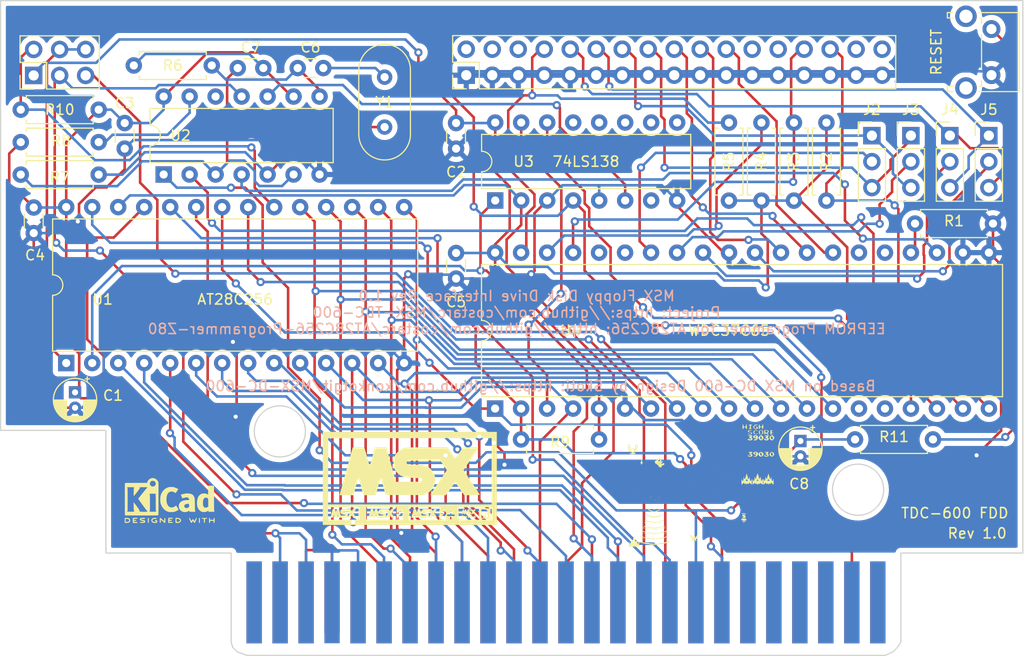
<source format=kicad_pcb>
(kicad_pcb (version 20211014) (generator pcbnew)
  (title_block (title "MSX TDC-600 Floppy Disk Drive Interface Clone") (date "2023-05-28") (rev "1.0") (company "RCC") (comment 1 "Based in the MSX DC-600 Desigh by Skoti: https://github.com/konkotgit/MSX-DC-600"))
  (layers (0 "F.Cu" signal) (31 "B.Cu" signal) (34 "B.Paste" user) (35 "F.Paste" user) (36 "B.SilkS" user "B.Silkscreen") (37 "F.SilkS" user "F.Silkscreen") (38 "B.Mask" user) (39 "F.Mask" user) (44 "Edge.Cuts" user))
  (net 0 "")
  (net 1 "{slash}CS1")
  (net 2 "{slash}CS2")
  (net 3 "{slash}CS12")
  (net 4 "{slash}SLTSL")
  (net 6 "{slash}RFSH")
  (net 7 "{slash}WAIT")
  (net 8 "{slash}INT")
  (net 9 "{slash}M1")
  (net 10 "BUSDIR")
  (net 11 "{slash}IORQ")
  (net 12 "{slash}MREQ")
  (net 13 "{slash}WR")
  (net 14 "{slash}RD")
  (net 15 "{slash}RESET")
  (net 17 "A9")
  (net 18 "A15")
  (net 19 "A11")
  (net 20 "A10")
  (net 21 "A7")
  (net 22 "A6")
  (net 23 "A12")
  (net 24 "A8")
  (net 25 "A14")
  (net 26 "A13")
  (net 27 "A1")
  (net 28 "A0")
  (net 29 "A3")
  (net 30 "A2")
  (net 31 "A5")
  (net 32 "A4")
  (net 33 "D1")
  (net 34 "D0")
  (net 35 "D3")
  (net 36 "D2")
  (net 37 "D5")
  (net 38 "D4")
  (net 39 "D7")
  (net 40 "D6")
  (net 41 "GNDREF")
  (net 42 "CLOCK")
  (net 43 "Net-(J1-Pad44)")
  (net 44 "+5V")
  (net 48 "{slash}MEM_CE")
  (net 49 "MEM_A14")
  (net 50 "MOTORON")
  (net 51 "{slash}MO2")
  (net 52 "MOTORON2")
  (net 53 "{slash}MO1")
  (net 54 "DS1")
  (net 55 "DS2")
  (net 59 "INDEX")
  (net 60 "DIR")
  (net 61 "STEP")
  (net 62 "WRITEDATA")
  (net 65 "WRITEPROTECT")
  (net 66 "READDATA")
  (net 69 "Net-(C6-Pad1)")
  (net 70 "WDRST")
  (net 71 "Net-(C7-Pad1)")
  (net 72 "WDCLK")
  (net 73 "Net-(C7-Pad2)")
  (net 74 "Net-(R7-Pad2)")
  (net 75 "Net-(R8-Pad1)")
  (net 76 "Net-(U2-Pad10)")
  (net 78 "Net-(R11-Pad1)")
  (net 85 "{slash}LDOR")
  (net 86 "WDCS")
  (net 89 "Net-(R1-Pad2)")
  (net 90 "SIDESELECT")
  (net 91 "WRITEGATE")
  (net 92 "{slash}DS1")
  (net 93 "{slash}DS2")
  (net 96 "TRACK00")
  (net 97 "Net-(C6-Pad2)")
  (footprint "Resistor_THT:R_Axial_DIN0207_L6.3mm_D2.5mm_P7.62mm_Horizontal" (layer "F.Cu") (at 102.743 46.228 90)
    (fp_text reference "R5")
    (fp_text value "150R" hide)
  )
  (footprint "Button_Switch_THT:SW_Tactile_SPST_Angled_PTS645Vx31-2LFS" (layer "F.Cu") (at 128.397 29.464 -90)
    (fp_text reference "SW1" hide)
    (fp_text value "RESET")
  )
  (footprint "Resistor_THT:R_Axial_DIN0207_L6.3mm_D2.5mm_P7.62mm_Horizontal" (layer "F.Cu") (at 105.918 46.228 90)
    (fp_text reference "R4")
    (fp_text value "150R" hide)
  )
  (footprint "Capacitor_THT:C_Disc_D3.0mm_W1.6mm_P2.50mm" (layer "F.Cu") (at 76.073 53.848 90)
    (fp_text reference "C5")
    (fp_text value "100nF" hide)
  )
  (footprint "Connector_PinHeader_2.54mm:PinHeader_1x03_P2.54mm_Vertical" (layer "F.Cu") (at 120.523 39.878)
    (fp_text reference "J3")
    (fp_text value "Conn_01x03_Male" hide)
  )
  (footprint "Roni_Footprints:MSX_CART_SW_Official" (layer "F.Cu") (at 80.510789 55.283)
    (fp_text reference "J1" hide)
    (fp_text value "MSXCART1" hide)
    (fp_line (start -26.42 34.091713) (end -26.42 25.388435) (layer "Edge.Cuts") (width 0.12))
    (fp_line (start 38.647705 34.674006) (end 39.03 34.091713) (layer "Edge.Cuts") (width 0.12))
    (fp_line (start 39.03 25.388435) (end 39.03 34.091713) (layer "Edge.Cuts") (width 0.12))
    (fp_line (start -25.815346 35.041883) (end -24.892279 35.390806) (layer "Edge.Cuts") (width 0.12))
    (fp_line (start -38.66 13.4) (end -38.66 25.388435) (layer "Edge.Cuts") (width 0.12))
    (fp_line (start -24.892279 35.390806) (end 37.500957 35.390806) (layer "Edge.Cuts") (width 0.12))
    (fp_line (start 50.95 -28.6) (end -48.95 -28.6) (layer "Edge.Cuts") (width 0.12))
    (fp_line (start 50.95 -28.6) (end 50.95 25.388435) (layer "Edge.Cuts") (width 0.12))
    (fp_line (start -26.268836 34.609987) (end -25.815346 35.041883) (layer "Edge.Cuts") (width 0.12))
    (fp_line (start -48.95 13.4) (end -48.95 -28.6) (layer "Edge.Cuts") (width 0.12))
    (fp_line (start -38.66 25.388435) (end -26.42 25.388435) (layer "Edge.Cuts") (width 0.12))
    (fp_line (start 37.500957 35.390806) (end 38.24498 35.044512) (layer "Edge.Cuts") (width 0.12))
    (fp_line (start -26.42 34.091713) (end -26.268836 34.609987) (layer "Edge.Cuts") (width 0.12))
    (fp_line (start 39.03 25.388435) (end 50.95 25.388435) (layer "Edge.Cuts") (width 0.12))
    (fp_line (start 38.24498 35.044512) (end 38.647705 34.674006) (layer "Edge.Cuts") (width 0.12))
    (fp_line (start -48.95 13.4) (end -38.66 13.4) (layer "Edge.Cuts") (width 0.12))
    (fp_circle (center -21.66 13.5) (end -19.16 13.5) (layer "Edge.Cuts") (width 0.12) (fill none))
    (fp_circle (center 34.85 19.2) (end 37.35 19.2) (layer "Edge.Cuts") (width 0.12) (fill none))
  )
  (footprint "Crystal:Crystal_HC49-U_Vertical" (layer "F.Cu") (at 69.088 34.163 -90)
    (fp_text reference "Y1")
    (fp_text value "16Mhz" hide)
  )
  (footprint "Capacitor_THT:C_Disc_D3.0mm_W1.6mm_P2.50mm" (layer "F.Cu") (at 43.688 41.148 90)
    (fp_text reference "C3")
    (fp_text value "100nF" hide)
  )
  (footprint "LOGO" (layer "F.Cu") (at 48.012351 75.555086)
    (fp_text reference "G***" hide)
    (fp_text value "LOGO" hide)
  )
  (footprint "Resistor_THT:R_Axial_DIN0207_L6.3mm_D2.5mm_P7.62mm_Horizontal" (layer "F.Cu") (at 52.197 33.02 180)
    (fp_text reference "R6")
    (fp_text value "330R" hide)
  )
  (footprint "Resistor_THT:R_Axial_DIN0207_L6.3mm_D2.5mm_P7.62mm_Horizontal" (layer "F.Cu") (at 82.423 69.569357)
    (fp_text reference "R9")
    (fp_text value "10k" hide)
  )
  (footprint "Connector_PinHeader_2.54mm:PinHeader_1x03_P2.54mm_Vertical" (layer "F.Cu") (at 124.333 39.878)
    (fp_text reference "J4")
    (fp_text value "Conn_01x03_Male" hide)
  )
  (footprint "LOGO" (layer "F.Cu") (at 71.535985 73.360907)
    (fp_text reference "G***" hide)
    (fp_text value "LOGO" hide)
  )
  (footprint "Capacitor_THT:C_Disc_D3.0mm_W1.6mm_P2.50mm" (layer "F.Cu") (at 57.237 33.274 180)
    (fp_text reference "C7")
    (fp_text value "100nF" hide)
  )
  (footprint "Connector_PinHeader_2.54mm:PinHeader_1x03_P2.54mm_Vertical" (layer "F.Cu") (at 128.143 39.878)
    (fp_text reference "J5")
    (fp_text value "Conn_01x03_Male" hide)
  )
  (footprint "Capacitor_THT:C_Disc_D3.0mm_W1.6mm_P2.50mm" (layer "F.Cu") (at 60.599 33.274)
    (fp_text reference "C6")
    (fp_text value "10nF" hide)
  )
  (footprint "Resistor_THT:R_Axial_DIN0207_L6.3mm_D2.5mm_P7.62mm_Horizontal" (layer "F.Cu") (at 122.682488 69.569357 180)
    (fp_text reference "R11")
    (fp_text value "100" hide)
  )
  (footprint "Resistor_THT:R_Axial_DIN0207_L6.3mm_D2.5mm_P7.62mm_Horizontal" (layer "F.Cu") (at 33.528 43.688)
    (fp_text reference "R7")
    (fp_text value "330R" hide)
  )
  (footprint "Connector_PinHeader_2.54mm:PinHeader_2x17_P2.54mm_Vertical" (layer "F.Cu") (at 77.070184 33.971066 90)
    (fp_text reference "J6" hide)
    (fp_text value "FDD Connector" hide)
  )
  (footprint "Package_DIP:DIP-14_W7.62mm" (layer "F.Cu") (at 47.493 43.678 90)
    (fp_text reference "U2")
    (fp_text value "74LS04")
  )
  (footprint "LOGO" (layer "F.Cu") (at 99.169819 74.496544)
    (fp_text reference "G***" hide)
    (fp_text value "LOGO" hide)
  )
  (footprint "Capacitor_THT:CP_Radial_D4.0mm_P1.50mm" (layer "F.Cu") (at 38.835036 64.96937 -90)
    (fp_text reference "C1")
    (fp_text value "10uF" hide)
  )
  (footprint "Resistor_THT:R_Axial_DIN0207_L6.3mm_D2.5mm_P7.62mm_Horizontal" (layer "F.Cu") (at 33.528 37.338)
    (fp_text reference "R10")
    (fp_text value "10k" hide)
  )
  (footprint "Resistor_THT:R_Axial_DIN0207_L6.3mm_D2.5mm_P7.62mm_Horizontal" (layer "F.Cu") (at 128.546146 48.472357 180)
    (fp_text reference "R1")
    (fp_text value "1K" hide)
  )
  (footprint "Resistor_THT:R_Axial_DIN0207_L6.3mm_D2.5mm_P7.62mm_Horizontal" (layer "F.Cu") (at 112.268 38.608 -90)
    (fp_text reference "R2")
    (fp_text value "150R" hide)
  )
  (footprint "Resistor_THT:R_Axial_DIN0207_L6.3mm_D2.5mm_P7.62mm_Horizontal" (layer "F.Cu") (at 41.148 40.513 180)
    (fp_text reference "R8")
    (fp_text value "1K" hide)
  )
  (footprint "Capacitor_THT:CP_Radial_D4.0mm_P1.50mm" (layer "F.Cu") (at 109.728 69.723 -90)
    (fp_text reference "C8")
    (fp_text value "1uF" hide)
  )
  (footprint "Capacitor_THT:C_Disc_D3.0mm_W1.6mm_P2.50mm" (layer "F.Cu") (at 34.798 49.403 90)
    (fp_text reference "C4")
    (fp_text value "100nF" hide)
  )
  (footprint "Package_DIP:DIP-16_W7.62mm" (layer "F.Cu") (at 79.898 46.218 90)
    (fp_text reference "U3")
    (fp_text value "74LS138")
  )
  (footprint "Package_DIP:DIP-40_W15.24mm" (layer "F.Cu") (at 79.888 66.553 90)
    (fp_text reference "U4")
    (fp_text value "WDC37C65")
  )
  (footprint "Connector_PinHeader_2.54mm:PinHeader_1x03_P2.54mm_Vertical" (layer "F.Cu") (at 116.713 39.878)
    (fp_text reference "J2")
    (fp_text value "Conn_01x03_Male" hide)
  )
  (footprint "Capacitor_THT:C_Disc_D3.0mm_W1.6mm_P2.50mm" (layer "F.Cu") (at 76.073 41.148 90)
    (fp_text reference "C2")
    (fp_text value "100nF" hide)
  )
  (footprint "Resistor_THT:R_Axial_DIN0207_L6.3mm_D2.5mm_P7.62mm_Horizontal" (layer "F.Cu") (at 109.093 46.228 90)
    (fp_text reference "R3")
    (fp_text value "150R" hide)
  )
  (footprint "Package_DIP:DIP-28_W15.24mm" (layer "F.Cu") (at 37.973 62.103 90)
    (fp_text reference "U1")
    (fp_text value "AT28C256")
  )
  (footprint "Connector_PinHeader_2.54mm:PinHeader_2x03_P2.54mm_Vertical" (layer "F.Cu") (at 34.789911 33.996735 90)
    (fp_text reference "J7" hide)
    (fp_text value "ROM_SWITCH" hide)
  )
  (gr_text "Based on MSX DC-600 Design by Skoti: https://github.com/konkotgit/MSX-DC-600" (at 84.338731 64.351727) (layer "B.SilkS") (effects (font (size 1 1)) (justify mirror)))
  (gr_text "MSX Floppy Disk Drive Interface Rev 1.0\nProject: https://github.com/costarc/MSX-TDC-600\nEEPROM Programmer for AT28C256: https://github.com/costarc/AT28C256-Programmer-Z80\n" (at 81.991541 57.15936) (layer "B.SilkS") (effects (font (size 1 1)) (justify mirror)))
  (gr_text "Rev 1.0" (at 127 78.74) (layer "F.SilkS") (effects (font (size 1 1))))
  (gr_text "TDC-600 FDD" (at 124.816288 76.767818) (layer "F.SilkS") (effects (font (size 1 1))))
  (segment (start 88.633 47.333) (end 87.518 46.218) (width 0.25) (layer "F.Cu") (net 4))
  (segment (start 96.52 58.42) (end 93.98 58.42) (width 0.25) (layer "F.Cu") (net 4))
  (segment (start 72.39 31.75) (end 72.39 32.680991) (width 0.25) (layer "F.Cu") (net 4))
  (segment (start 72.39 32.680991) (end 77.800015 38.091006) (width 0.25) (layer "F.Cu") (net 4))
  (segment (start 77.800015 38.091006) (end 77.800015 46.821935) (width 0.25) (layer "F.Cu") (net 4))
  (segment (start 111.76 63.5) (end 111.783 63.523) (width 0.25) (layer "F.Cu") (net 4))
  (segment (start 93.98 58.42) (end 88.633 53.073) (width 0.25) (layer "F.Cu") (net 4))
  (segment (start 88.633 53.073) (end 88.633 47.333) (width 0.25) (layer "F.Cu") (net 4))
  (segment (start 111.783 77.650843) (end 114.752814 80.620657) (width 0.25) (layer "F.Cu") (net 4))
  (segment (start 114.752814 80.620657) (end 114.752814 85.490202) (width 0.25) (layer "F.Cu") (net 4))
  (segment (start 111.783 63.523) (end 111.783 77.650843) (width 0.25) (layer "F.Cu") (net 4))
  (via (at 77.800015 46.821935) (size 0.8) (drill 0.4) (layers "F.Cu" "B.Cu") (net 4))
  (via (at 72.39 31.75) (size 0.8) (drill 0.4) (layers "F.Cu" "B.Cu") (net 4))
  (via (at 96.52 58.42) (size 0.8) (drill 0.4) (layers "F.Cu" "B.Cu") (net 4))
  (via (at 111.76 63.5) (size 0.8) (drill 0.4) (layers "F.Cu" "B.Cu") (net 4))
  (segment (start 40.897987 32.762013) (end 43.18 30.48) (width 0.25) (layer "B.Cu") (net 4))
  (segment (start 86.027141 47.708859) (end 87.518 46.218) (width 0.25) (layer "B.Cu") (net 4))
  (segment (start 43.18 30.48) (end 71.12 30.48) (width 0.25) (layer "B.Cu") (net 4))
  (segment (start 107.186475 58.42) (end 96.52 58.42) (width 0.25) (layer "B.Cu") (net 4))
  (segment (start 34.789911 33.996735) (end 34.789911 33.786216) (width 0.25) (layer "B.Cu") (net 4))
  (segment (start 78.686939 47.708859) (end 86.027141 47.708859) (width 0.25) (layer "B.Cu") (net 4))
  (segment (start 111.76 62.993525) (end 107.186475 58.42) (width 0.25) (layer "B.Cu") (net 4))
  (segment (start 35.814114 32.762013) (end 40.897987 32.762013) (width 0.25) (layer "B.Cu") (net 4))
  (segment (start 77.800015 46.821935) (end 78.686939 47.708859) (width 0.25) (layer "B.Cu") (net 4))
  (segment (start 71.12 30.48) (end 72.39 31.75) (width 0.25) (layer "B.Cu") (net 4))
  (segment (start 34.789911 33.786216) (end 35.814114 32.762013) (width 0.25) (layer "B.Cu") (net 4))
  (segment (start 111.76 63.5) (end 111.76 62.993525) (width 0.25) (layer "B.Cu") (net 4))
  (segment (start 82.428 66.553) (end 77.988616 62.113616) (width 0.25) (layer "F.Cu") (net 13))
  (segment (start 77.988616 62.113616) (end 77.988616 58.712783) (width 0.25) (layer "F.Cu") (net 13))
  (segment (start 98.513286 72.033039) (end 98.513286 75.995329) (width 0.25) (layer "F.Cu") (net 13))
  (segment (start 98.513286 75.995329) (end 100.985988 78.468031) (width 0.25) (layer "F.Cu") (net 13))
  (segment (start 82.428 69.083) (end 82.423 69.088) (width 0.25) (layer "F.Cu") (net 13))
  (segment (start 82.428 66.553) (end 82.428 69.083) (width 0.25) (layer "F.Cu") (net 13))
  (segment (start 97.963797 71.48355) (end 98.513286 72.033039) (width 0.25) (layer "F.Cu") (net 13))
  (segment (start 73.296449 50.929507) (end 73.296449 54.020616) (width 0.25) (layer "F.Cu") (net 13))
  (segment (start 100.985988 78.468031) (end 100.985988 80.027694) (width 0.25) (layer "F.Cu") (net 13))
  (segment (start 73.296449 54.020616) (end 77.988616 58.712783) (width 0.25) (layer "F.Cu") (net 13))
  (via (at 73.296449 50.929507) (size 0.8) (drill 0.4) (layers "F.Cu" "B.Cu") (net 13))
  (via (at 100.985988 80.027694) (size 0.8) (drill 0.4) (layers "F.Cu" "B.Cu") (net 13))
  (via (at 97.963797 71.48355) (size 0.8) (drill 0.4) (layers "F.Cu" "B.Cu") (net 13))
  (segment (start 42.272092 50.35) (end 55.061318 50.35) (width 0.25) (layer "B.Cu") (net 13))
  (segment (start 86.238463 69.569357) (end 82.423 69.569357) (width 0.25) (layer "B.Cu") (net 13))
  (segment (start 102.052814 81.204616) (end 102.084967 81.172463) (width 0.25) (layer "B.Cu") (net 13))
  (segment (start 97.963797 71.48355) (end 97.389541 70.909294) (width 0.25) (layer "B.Cu") (net 13))
  (segment (start 102.052814 85.490202) (end 102.052814 81.204616) (width 0.25) (layer "B.Cu") (net 13))
  (segment (start 72.716942 50.35) (end 72.828366 50.461424) (width 0.25) (layer "B.Cu") (net 13))
  (segment (start 40.513 48.590908) (end 41.854843 49.932751) (width 0.25) (layer "B.Cu") (net 13))
  (segment (start 102.084967 81.126673) (end 100.985988 80.027694) (width 0.25) (layer "B.Cu") (net 13))
  (segment (start 87.5784 70.909294) (end 86.238463 69.569357) (width 0.25) (layer "B.Cu") (net 13))
  (segment (start 72.828366 50.461424) (end 73.296449 50.929507) (width 0.25) (layer "B.Cu") (net 13))
  (segment (start 102.084967 81.172463) (end 102.084967 81.126673) (width 0.25) (layer "B.Cu") (net 13))
  (segment (start 71.12 50.35) (end 72.716942 50.35) (width 0.25) (layer "B.Cu") (net 13))
  (segment (start 55.061318 50.35) (end 71.12 50.35) (width 0.25) (layer "B.Cu") (net 13))
  (segment (start 40.513 46.863) (end 40.513 48.590908) (width 0.25) (layer "B.Cu") (net 13))
  (segment (start 41.854843 49.932751) (end 42.272092 50.35) (width 0.25) (layer "B.Cu") (net 13))
  (segment (start 97.389541 70.909294) (end 87.5784 70.909294) (width 0.25) (layer "B.Cu") (net 13))
  (segment (start 99.06 71.12) (end 99.06 74.899818) (width 0.25) (layer "F.Cu") (net 14))
  (segment (start 54.552067 54.325889) (end 53.213 52.986822) (width 0.25) (layer "F.Cu") (net 14))
  (segment (start 79.888 66.553) (end 77.954438 66.553) (width 0.25) (layer "F.Cu") (net 14))
  (segment (start 99.06 74.899818) (end 102.052814 77.892632) (width 0.25) (layer "F.Cu") (net 14))
  (segment (start 102.052814 77.892632) (end 102.052814 85.490202) (width 0.25) (layer "F.Cu") (net 14))
  (segment (start 53.213 52.986822) (end 53.213 46.863) (width 0.25) (layer "F.Cu") (net 14))
  (segment (start 77.954438 66.553) (end 73.476836 62.075398) (width 0.25) (layer "F.Cu") (net 14))
  (via (at 99.06 71.12) (size 0.8) (drill 0.4) (layers "F.Cu" "B.Cu") (net 14))
  (via (at 54.552067 54.325889) (size 0.8) (drill 0.4) (layers "F.Cu" "B.Cu") (net 14))
  (via (at 73.476836 62.075398) (size 0.8) (drill 0.4) (layers "F.Cu" "B.Cu") (net 14))
  (segment (start 73.476836 62.075398) (end 73.441943 62.075398) (width 0.25) (layer "B.Cu") (net 14))
  (segment (start 70.479624 59.113079) (end 59.339257 59.113079) (width 0.25) (layer "B.Cu") (net 14))
  (segment (start 99.06 70.564958) (end 96.623042 68.128) (width 0.25) (layer "B.Cu") (net 14))
  (segment (start 96.623042 68.128) (end 81.463 68.128) (width 0.25) (layer "B.Cu") (net 14))
  (segment (start 81.463 68.128) (end 79.888 66.553) (width 0.25) (layer "B.Cu") (net 14))
  (segment (start 73.441943 62.075398) (end 70.479624 59.113079) (width 0.25) (layer "B.Cu") (net 14))
  (segment (start 99.06 71.12) (end 99.06 70.564958) (width 0.25) (layer "B.Cu") (net 14))
  (segment (start 59.339257 59.113079) (end 54.552067 54.325889) (width 0.25) (layer "B.Cu") (net 14))
  (segment (start 55.467163 44.965811) (end 54.071468 44.965811) (width 0.25) (layer "F.Cu") (net 15))
  (segment (start 57.168 52.27394) (end 57.168 46.666648) (width 0.25) (layer "F.Cu") (net 15))
  (segment (start 59.659127 62.520118) (end 59.659127 54.765067) (width 0.25) (layer "F.Cu") (net 15))
  (segment (start 109.728 69.723) (end 102.949196 76.501804) (width 0.25) (layer "F.Cu") (net 15))
  (segment (start 59.659127 54.765067) (end 57.168 52.27394) (width 0.25) (layer "F.Cu") (net 15))
  (segment (start 62.737511 70.625321) (end 62.737511 65.598502) (width 0.25) (layer "F.Cu") (net 15))
  (segment (start 57.168 46.666648) (end 55.467163 44.965811) (width 0.25) (layer "F.Cu") (net 15))
  (segment (start 62.737511 65.598502) (end 59.659127 62.520118) (width 0.25) (layer "F.Cu") (net 15))
  (via (at 62.737511 70.625321) (size 0.8) (drill 0.4) (layers "F.Cu" "B.Cu") (net 15))
  (via (at 102.949196 76.501804) (size 0.8) (drill 0.4) (layers "F.Cu" "B.Cu") (net 15))
  (via (at 54.071468 44.965811) (size 0.8) (drill 0.4) (layers "F.Cu" "B.Cu") (net 15))
  (segment (start 48.780811 44.965811) (end 47.493 43.678) (width 0.25) (layer "B.Cu") (net 15))
  (segment (start 62.737511 70.625321) (end 63.96655 71.85436) (width 0.25) (layer "B.Cu") (net 15))
  (segment (start 78.00564 71.85436) (end 79.03762 70.82238) (width 0.25) (layer "B.Cu") (net 15))
  (segment (start 79.03762 70.82238) (end 86.06238 70.82238) (width 0.25) (layer "B.Cu") (net 15))
  (segment (start 109.881643 69.569357) (end 109.728 69.723) (width 0.25) (layer "B.Cu") (net 15))
  (segment (start 91.741804 76.501804) (end 102.949196 76.501804) (width 0.25) (layer "B.Cu") (net 15))
  (segment (start 86.06238 70.82238) (end 91.741804 76.501804) (width 0.25) (layer "B.Cu") (net 15))
  (segment (start 99.512814 85.490202) (end 99.512814 76.522638) (width 0.25) (layer "B.Cu") (net 15))
  (segment (start 115.062488 69.569357) (end 109.881643 69.569357) (width 0.25) (layer "B.Cu") (net 15))
  (segment (start 63.96655 71.85436) (end 78.00564 71.85436) (width 0.25) (layer "B.Cu") (net 15))
  (segment (start 54.071468 44.965811) (end 48.780811 44.965811) (width 0.25) (layer "B.Cu") (net 15))
  (segment (start 83.553 69.692967) (end 83.553 63.481149) (width 0.25) (layer "F.Cu") (net 17))
  (segment (start 74.260693 54.188842) (end 74.260693 49.9) (width 0.25) (layer "F.Cu") (net 17))
  (segment (start 83.553 63.481149) (end 74.260693 54.188842) (width 0.25) (layer "F.Cu") (net 17))
  (segment (start 83.575782 69.715749) (end 83.553 69.692967) (width 0.25) (layer "F.Cu") (net 17))
  (segment (start 83.575782 71.519912) (end 83.575782 69.715749) (width 0.25) (layer "F.Cu") (net 17))
  (segment (start 83.548314 71.54738) (end 83.575782 71.519912) (width 0.25) (layer "F.Cu") (net 17))
  (via (at 83.548314 71.54738) (size 0.8) (drill 0.4) (layers "F.Cu" "B.Cu") (net 17))
  (via (at 74.260693 49.9) (size 0.8) (drill 0.4) (layers "F.Cu" "B.Cu") (net 17))
  (segment (start 93.828241 79.759193) (end 95.359275 79.759193) (width 0.25) (layer "B.Cu") (net 17))
  (segment (start 95.359275 79.759193) (end 96.946689 81.346607) (width 0.25) (layer "B.Cu") (net 17))
  (segment (start 48.133 46.863) (end 51.17 49.9) (width 0.25) (layer "B.Cu") (net 17))
  (segment (start 62.6 49.9) (end 74.260693 49.9) (width 0.25) (layer "B.Cu") (net 17))
  (segment (start 83.548314 71.54738) (end 85.616428 71.54738) (width 0.25) (layer "B.Cu") (net 17))
  (segment (start 85.616428 71.54738) (end 93.828241 79.759193) (width 0.25) (layer "B.Cu") (net 17))
  (segment (start 51.17 49.9) (end 62.6 49.9) (width 0.25) (layer "B.Cu") (net 17))
  (segment (start 96.946689 85.464077) (end 96.972814 85.490202) (width 0.25) (layer "B.Cu") (net 17))
  (segment (start 96.946689 81.346607) (end 96.946689 85.464077) (width 0.25) (layer "B.Cu") (net 17))
  (segment (start 46.8761 51.614058) (end 46.8761 46.159867) (width 0.25) (layer "F.Cu") (net 18))
  (segment (start 46.8761 46.159867) (end 45.194794 44.478561) (width 0.25) (layer "F.Cu") (net 18))
  (segment (start 96.972814 85.490202) (end 96.52 85.037388) (width 0.25) (layer "F.Cu") (net 18))
  (segment (start 45.194794 44.478561) (end 45.194794 38.563803) (width 0.25) (layer "F.Cu") (net 18))
  (segment (start 96.52 85.037388) (end 96.52 66.04) (width 0.25) (layer "F.Cu") (net 18))
  (segment (start 45.194794 38.563803) (end 40.627726 33.996735) (width 0.25) (layer "F.Cu") (net 18))
  (segment (start 40.627726 33.996735) (end 39.869911 33.996735) (width 0.25) (layer "F.Cu") (net 18))
  (segment (start 96.52 66.04) (end 90.249439 59.769439) (width 0.25) (layer "F.Cu") (net 18))
  (segment (start 48.632569 53.370527) (end 46.8761 51.614058) (width 0.25) (layer "F.Cu") (net 18))
  (via (at 90.249439 59.769439) (size 0.8) (drill 0.4) (layers "F.Cu" "B.Cu") (net 18))
  (via (at 48.632569 53.370527) (size 0.8) (drill 0.4) (layers "F.Cu" "B.Cu") (net 18))
  (segment (start 48.663096 53.34) (end 48.632569 53.370527) (width 0.25) (layer "B.Cu") (net 18))
  (segment (start 55.88 53.34) (end 48.663096 53.34) (width 0.25) (layer "B.Cu") (net 18))
  (segment (start 76.751067 59.097841) (end 75.997394 59.097841) (width 0.25) (layer "B.Cu") (net 18))
  (segment (start 76.780185 59.068723) (end 76.751067 59.097841) (width 0.25) (layer "B.Cu") (net 18))
  (segment (start 70.239553 53.34) (end 55.88 53.34) (width 0.25) (layer "B.Cu") (net 18))
  (segment (start 89.548723 59.068723) (end 76.780185 59.068723) (width 0.25) (layer "B.Cu") (net 18))
  (segment (start 90.249439 59.769439) (end 89.548723 59.068723) (width 0.25) (layer "B.Cu") (net 18))
  (segment (start 71.016709 54.117156) (end 70.239553 53.34) (width 0.25) (layer "B.Cu") (net 18))
  (segment (start 75.997394 59.097841) (end 71.016709 54.117156) (width 0.25) (layer "B.Cu") (net 18))
  (segment (start 56.14953 72.853989) (end 56.14953 72.818064) (width 0.25) (layer "F.Cu") (net 19))
  (segment (start 51.798 68.466534) (end 51.798 49.258) (width 0.25) (layer "F.Cu") (net 19))
  (segment (start 50.673 48.133) (end 50.673 46.863) (width 0.25) (layer "F.Cu") (net 19))
  (segment (start 56.14953 72.818064) (end 51.798 68.466534) (width 0.25) (layer "F.Cu") (net 19))
  (segment (start 51.798 49.258) (end 50.673 48.133) (width 0.25) (layer "F.Cu") (net 19))
  (via (at 56.14953 72.853989) (size 0.8) (drill 0.4) (layers "F.Cu" "B.Cu") (net 19))
  (segment (start 94.432814 81.000162) (end 94.432814 85.490202) (width 0.25) (layer "B.Cu") (net 19))
  (segment (start 56.14953 72.853989) (end 56.419061 73.12352) (width 0.25) (layer "B.Cu") (net 19))
  (segment (start 56.419061 73.12352) (end 86.556172 73.12352) (width 0.25) (layer "B.Cu") (net 19))
  (segment (start 86.556172 73.12352) (end 94.432814 81.000162) (width 0.25) (layer "B.Cu") (net 19))
  (segment (start 94.432814 67.448805) (end 94.432814 85.490202) (width 0.25) (layer "F.Cu") (net 20))
  (segment (start 94.003 67.018991) (end 94.432814 67.448805) (width 0.25) (layer "F.Cu") (net 20))
  (segment (start 94.003 64.75996) (end 94.003 67.018991) (width 0.25) (layer "F.Cu") (net 20))
  (segment (start 89.036263 59.793223) (end 94.003 64.75996) (width 0.25) (layer "F.Cu") (net 20))
  (segment (start 55.753 52.968091) (end 55.753 46.863) (width 0.25) (layer "F.Cu") (net 20))
  (segment (start 56.97065 54.185741) (end 55.753 52.968091) (width 0.25) (layer "F.Cu") (net 20))
  (via (at 89.036263 59.793223) (size 0.8) (drill 0.4) (layers "F.Cu" "B.Cu") (net 20))
  (via (at 56.97065 54.185741) (size 0.8) (drill 0.4) (layers "F.Cu" "B.Cu") (net 20))
  (segment (start 70.448898 54.185741) (end 56.97065 54.185741) (width 0.25) (layer "B.Cu") (net 20))
  (segment (start 89.036263 59.793223) (end 89.035763 59.793723) (width 0.25) (layer "B.Cu") (net 20))
  (segment (start 76.05688 59.793723) (end 70.448898 54.185741) (width 0.25) (layer "B.Cu") (net 20))
  (segment (start 89.035763 59.793723) (end 76.05688 59.793723) (width 0.25) (layer "B.Cu") (net 20))
  (segment (start 54.835832 73.885832) (end 43.053 62.103) (width 0.25) (layer "B.Cu") (net 21))
  (segment (start 90.903456 80.147944) (end 90.903456 79.181894) (width 0.25) (layer "B.Cu") (net 21))
  (segment (start 59.170872 74.530024) (end 59.129057 74.488209) (width 0.25) (layer "B.Cu") (net 21))
  (segment (start 90.903456 79.181894) (end 86.251586 74.530024) (width 0.25) (layer "B.Cu") (net 21))
  (segment (start 54.835832 73.897973) (end 54.835832 73.885832) (width 0.25) (layer "B.Cu") (net 21))
  (segment (start 91.892814 81.137302) (end 90.903456 80.147944) (width 0.25) (layer "B.Cu") (net 21))
  (segment (start 86.251586 74.530024) (end 59.170872 74.530024) (width 0.25) (layer "B.Cu") (net 21))
  (segment (start 55.426068 74.488209) (end 54.835832 73.897973) (width 0.25) (layer "B.Cu") (net 21))
  (segment (start 59.129057 74.488209) (end 55.426068 74.488209) (width 0.25) (layer "B.Cu") (net 21))
  (segment (start 91.892814 85.490202) (end 91.892814 81.137302) (width 0.25) (layer "B.Cu") (net 21))
  (segment (start 91.892814 85.490202) (end 91.892814 79.534856) (width 0.25) (layer "F.Cu") (net 22))
  (via (at 91.892814 79.534856) (size 0.8) (drill 0.4) (layers "F.Cu" "B.Cu") (net 22))
  (segment (start 59.34936 74.072116) (end 59.315453 74.038209) (width 0.25) (layer "B.Cu") (net 22))
  (segment (start 52.712109 71.125713) (end 52.712109 71.12) (width 0.25) (layer "B.Cu") (net 22))
  (segment (start 55.624605 74.038209) (end 52.712109 71.125713) (width 0.25) (layer "B.Cu") (net 22))
  (segment (start 45.593 64.000891) (end 45.593 62.103) (width 0.25) (layer "B.Cu") (net 22))
  (segment (start 86.430074 74.072116) (end 59.34936 74.072116) (width 0.25) (layer "B.Cu") (net 22))
  (segment (start 59.315453 74.038209) (end 55.624605 74.038209) (width 0.25) (layer "B.Cu") (net 22))
  (segment (start 91.892814 79.534856) (end 86.430074 74.072116) (width 0.25) (layer "B.Cu") (net 22))
  (segment (start 52.712109 71.12) (end 45.593 64.000891) (width 0.25) (layer "B.Cu") (net 22))
  (segment (start 87.566515 68.803401) (end 88.859297 67.510619) (width 0.25) (layer "F.Cu") (net 23))
  (segment (start 78.462479 47.653521) (end 79.898 46.218) (width 0.25) (layer "F.Cu") (net 23))
  (segment (start 78.462479 53.062479) (end 78.462479 47.653521) (width 0.25) (layer "F.Cu") (net 23))
  (segment (start 79.03587 53.062479) (end 78.462479 53.062479) (width 0.25) (layer "F.Cu") (net 23))
  (segment (start 88.859297 62.885906) (end 79.03587 53.062479) (width 0.25) (layer "F.Cu") (net 23))
  (segment (start 88.859297 67.510619) (end 88.859297 62.885906) (width 0.25) (layer "F.Cu") (net 23))
  (segment (start 87.566515 79.243698) (end 87.566515 68.803401) (width 0.25) (layer "F.Cu") (net 23))
  (via (at 78.462479 53.062479) (size 0.8) (drill 0.4) (layers "F.Cu" "B.Cu") (net 23))
  (via (at 87.566515 79.243698) (size 0.8) (drill 0.4) (layers "F.Cu" "B.Cu") (net 23))
  (segment (start 40.513 62.103) (end 40.513 55.522031) (width 0.25) (layer "B.Cu") (net 23))
  (segment (start 40.513 55.522031) (end 43.408953 52.626078) (width 0.25) (layer "B.Cu") (net 23))
  (segment (start 76.902951 53.062479) (end 76.46655 52.626078) (width 0.25) (layer "B.Cu") (net 23))
  (segment (start 87.566515 79.243698) (end 89.352814 81.029997) (width 0.25) (layer "B.Cu") (net 23))
  (segment (start 89.352814 81.029997) (end 89.352814 85.490202) (width 0.25) (layer "B.Cu") (net 23))
  (segment (start 43.408953 52.626078) (end 76.46655 52.626078) (width 0.25) (layer "B.Cu") (net 23))
  (segment (start 78.462479 53.062479) (end 76.902951 53.062479) (width 0.25) (layer "B.Cu") (net 23))
  (segment (start 61.209073 75.786599) (end 53.671739 75.786599) (width 0.25) (layer "F.Cu") (net 24))
  (segment (start 53.197771 75.312631) (end 53.195687 75.312631) (width 0.25) (layer "F.Cu") (net 24))
  (segment (start 53.195687 75.312631) (end 43.16612 65.283064) (width 0.25) (layer "F.Cu") (net 24))
  (segment (start 41.638 63.949899) (end 41.638 61.40851) (width 0.25) (layer "F.Cu") (net 24))
  (segment (start 40.182092 49.838393) (end 42.617607 49.838393) (width 0.25) (layer "F.Cu") (net 24))
  (segment (start 40.01766 50.002825) (end 40.182092 49.838393) (width 0.25) (layer "F.Cu") (net 24))
  (segment (start 53.671739 75.786599) (end 53.197771 75.312631) (width 0.25) (layer "F.Cu") (net 24))
  (segment (start 89.352814 85.490202) (end 89.352814 79.335739) (width 0.25) (layer "F.Cu") (net 24))
  (segment (start 42.971165 65.283064) (end 41.638 63.949899) (width 0.25) (layer "F.Cu") (net 24))
  (segment (start 42.617607 49.838393) (end 45.593 46.863) (width 0.25) (layer "F.Cu") (net 24))
  (segment (start 41.638 61.40851) (end 40.01766 59.78817) (width 0.25) (layer "F.Cu") (net 24))
  (segment (start 43.16612 65.283064) (end 42.971165 65.283064) (width 0.25) (layer "F.Cu") (net 24))
  (segment (start 40.01766 59.78817) (end 40.01766 50.002825) (width 0.25) (layer "F.Cu") (net 24))
  (via (at 89.352814 79.335739) (size 0.8) (drill 0.4) (layers "F.Cu" "B.Cu") (net 24))
  (via (at 61.209073 75.786599) (size 0.8) (drill 0.4) (layers "F.Cu" "B.Cu") (net 24))
  (segment (start 61.284594 75.86212) (end 85.879195 75.86212) (width 0.25) (layer "B.Cu") (net 24))
  (segment (start 61.209073 75.786599) (end 61.284594 75.86212) (width 0.25) (layer "B.Cu") (net 24))
  (segment (start 85.879195 75.86212) (end 89.352814 79.335739) (width 0.25) (layer "B.Cu") (net 24))
  (segment (start 49.4161 69.790911) (end 49.4161 59.259032) (width 0.25) (layer "F.Cu") (net 25))
  (segment (start 49.4161 59.259032) (end 41.268583 51.111515) (width 0.25) (layer "F.Cu") (net 25))
  (segment (start 36.994777 50.348335) (end 36.848 50.201558) (width 0.25) (layer "F.Cu") (net 25))
  (segment (start 54.563398 74.938209) (end 49.4161 69.790911) (width 0.25) (layer "F.Cu") (net 25))
  (segment (start 54.614277 74.938209) (end 54.563398 74.938209) (width 0.25) (layer "F.Cu") (net 25))
  (segment (start 36.848 50.201558) (end 36.848 34.018) (width 0.25) (layer "F.Cu") (net 25))
  (segment (start 36.848 34.018) (end 37.338 33.528) (width 0.25) (layer "F.Cu") (net 25))
  (via (at 41.268583 51.111515) (size 0.8) (drill 0.4) (layers "F.Cu" "B.Cu") (net 25))
  (via (at 36.994777 50.348335) (size 0.8) (drill 0.4) (layers "F.Cu" "B.Cu") (net 25))
  (via (at 54.614277 74.938209) (size 0.8) (drill 0.4) (layers "F.Cu" "B.Cu") (net 25))
  (segment (start 86.812814 85.490202) (end 86.812814 80.95437) (width 0.25) (layer "B.Cu") (net 25))
  (segment (start 58.942661 74.938209) (end 60.515551 76.511099) (width 0.25) (layer "B.Cu") (net 25))
  (segment (start 37.757957 51.111515) (end 41.268583 51.111515) (width 0.25) (layer "B.Cu") (net 25))
  (segment (start 54.614277 74.938209) (end 58.942661 74.938209) (width 0.25) (layer "B.Cu") (net 25))
  (segment (start 82.331405 76.472961) (end 86.36 80.501556) (width 0.25) (layer "B.Cu") (net 25))
  (segment (start 37.329911 33.996735) (end 38.586325 35.253149) (width 0.25) (layer "B.Cu") (net 25))
  (segment (start 38.586325 35.253149) (end 46.70686 35.253149) (width 0.25) (layer "B.Cu") (net 25))
  (segment (start 60.515551 76.511099) (end 65.492266 76.511099) (width 0.25) (layer "B.Cu") (net 25))
  (segment (start 65.530404 76.472961) (end 82.331405 76.472961) (width 0.25) (layer "B.Cu") (net 25))
  (segment (start 86.812814 80.95437) (end 86.36 80.501556) (width 0.25) (layer "B.Cu") (net 25))
  (segment (start 65.492266 76.511099) (end 65.530404 76.472961) (width 0.25) (layer "B.Cu") (net 25))
  (segment (start 53.988 34.933) (end 55.113 36.058) (width 0.25) (layer "B.Cu") (net 25))
  (segment (start 36.994777 50.348335) (end 37.757957 51.111515) (width 0.25) (layer "B.Cu") (net 25))
  (segment (start 46.70686 35.253149) (end 47.027009 34.933) (width 0.25) (layer "B.Cu") (net 25))
  (segment (start 47.027009 34.933) (end 53.988 34.933) (width 0.25) (layer "B.Cu") (net 25))
  (segment (start 81.013 52.666561) (end 87.663447 59.317008) (width 0.25) (layer "F.Cu") (net 26))
  (segment (start 91.463 63.243008) (end 91.463 70.760509) (width 0.25) (layer "F.Cu") (net 26))
  (segment (start 82.438 46.218) (end 82.438 48.607428) (width 0.25) (layer "F.Cu") (net 26))
  (segment (start 91.463 70.760509) (end 88.390749 73.83276) (width 0.25) (layer "F.Cu") (net 26))
  (segment (start 88.735958 60.518223) (end 88.738215 60.518223) (width 0.25) (layer "F.Cu") (net 26))
  (segment (start 88.390749 80.035092) (end 86.812814 81.613027) (width 0.25) (layer "F.Cu") (net 26))
  (segment (start 87.663447 59.317008) (end 87.663447 59.445712) (width 0.25) (layer "F.Cu") (net 26))
  (segment (start 82.438 48.607428) (end 81.013 50.032428) (width 0.25) (layer "F.Cu") (net 26))
  (segment (start 86.812814 81.613027) (end 86.812814 85.490202) (width 0.25) (layer "F.Cu") (net 26))
  (segment (start 81.013 50.032428) (end 81.013 52.666561) (width 0.25) (layer "F.Cu") (net 26))
  (segment (start 88.738215 60.518223) (end 91.463 63.243008) (width 0.25) (layer "F.Cu") (net 26))
  (segment (start 88.390749 73.83276) (end 88.390749 80.035092) (width 0.25) (layer "F.Cu") (net 26))
  (segment (start 87.663447 59.445712) (end 88.735958 60.518223) (width 0.25) (layer "F.Cu") (net 26))
  (segment (start 44.196 45.72) (end 75.842001 45.72) (width 0.25) (layer "B.Cu") (net 26))
  (segment (start 76.849399 44.712602) (end 80.932602 44.712602) (width 0.25) (layer "B.Cu") (net 26))
  (segment (start 75.842001 45.72) (end 76.849399 44.712602) (width 0.25) (layer "B.Cu") (net 26))
  (segment (start 80.932602 44.712602) (end 82.438 46.218) (width 0.25) (layer "B.Cu") (net 26))
  (segment (start 43.053 46.863) (end 44.196 45.72) (width 0.25) (layer "B.Cu") (net 26))
  (segment (start 83.046644 80.188885) (end 83.046644 80.42917) (width 0.25) (layer "F.Cu") (net 27))
  (segment (start 78.336902 69.282125) (end 78.336902 75.479143) (width 0.25) (layer "F.Cu") (net 27))
  (segment (start 78.336902 75.479143) (end 83.046644 80.188885) (width 0.25) (layer "F.Cu") (net 27))
  (via (at 83.046644 80.42917) (size 0.8) (drill 0.4) (layers "F.Cu" "B.Cu") (net 27))
  (via (at 78.336902 69.282125) (size 0.8) (drill 0.4) (layers "F.Cu" "B.Cu") (net 27))
  (segment (start 84.272814 85.490202) (end 84.272814 81.759101) (width 0.25) (layer "B.Cu") (net 27))
  (segment (start 84.299949 81.731966) (end 84.299949 81.682475) (width 0.25) (layer "B.Cu") (net 27))
  (segment (start 78.336902 69.282125) (end 77.154249 68.099472) (width 0.25) (layer "B.Cu") (net 27))
  (segment (start 84.272814 81.759101) (end 84.299949 81.731966) (width 0.25) (layer "B.Cu") (net 27))
  (segment (start 58.781781 62.103) (end 58.293 62.103) (width 0.25) (layer "B.Cu") (net 27))
  (segment (start 77.154249 68.099472) (end 64.778253 68.099472) (width 0.25) (layer "B.Cu") (net 27))
  (segment (start 84.299949 81.682475) (end 83.046644 80.42917) (width 0.25) (layer "B.Cu") (net 27))
  (segment (start 64.778253 68.099472) (end 58.781781 62.103) (width 0.25) (layer "B.Cu") (net 27))
  (segment (start 87.508 66.553) (end 84.272814 69.788186) (width 0.25) (layer "F.Cu") (net 28))
  (segment (start 84.272814 69.788186) (end 84.272814 85.490202) (width 0.25) (layer "F.Cu") (net 28))
  (segment (start 85.389546 64.434546) (end 87.508 66.553) (width 0.25) (layer "B.Cu") (net 28))
  (segment (start 65.173097 66.443097) (end 73.098847 66.443097) (width 0.25) (layer "B.Cu") (net 28))
  (segment (start 60.833 62.103) (end 65.173097 66.443097) (width 0.25) (layer "B.Cu") (net 28))
  (segment (start 73.121721 66.465971) (end 76.573978 66.465971) (width 0.25) (layer "B.Cu") (net 28))
  (segment (start 76.573978 66.465971) (end 78.605403 64.434546) (width 0.25) (layer "B.Cu") (net 28))
  (segment (start 73.098847 66.443097) (end 73.121721 66.465971) (width 0.25) (layer "B.Cu") (net 28))
  (segment (start 78.605403 64.434546) (end 85.389546 64.434546) (width 0.25) (layer "B.Cu") (net 28))
  (segment (start 76.780016 75.996898) (end 80.434258 79.65114) (width 0.25) (layer "F.Cu") (net 29))
  (segment (start 76.780016 71.113755) (end 76.780016 75.996898) (width 0.25) (layer "F.Cu") (net 29))
  (segment (start 76.2 70.533739) (end 76.780016 71.113755) (width 0.25) (layer "F.Cu") (net 29))
  (segment (start 80.434258 79.65114) (end 80.434258 80.434258) (width 0.25) (layer "F.Cu") (net 29))
  (via (at 80.434258 80.434258) (size 0.8) (drill 0.4) (layers "F.Cu" "B.Cu") (net 29))
  (via (at 76.2 70.533739) (size 0.8) (drill 0.4) (layers "F.Cu" "B.Cu") (net 29))
  (segment (start 53.213 63.823973) (end 53.213 62.103) (width 0.25) (layer "B.Cu") (net 29))
  (segment (start 81.732814 85.490202) (end 81.762191 85.460825) (width 0.25) (layer "B.Cu") (net 29))
  (segment (start 64.637318 69.288368) (end 64.175849 68.826899) (width 0.25) (layer "B.Cu") (net 29))
  (segment (start 80.754794 80.434258) (end 80.434258 80.434258) (width 0.25) (layer "B.Cu") (net 29))
  (segment (start 81.762191 81.441655) (end 80.754794 80.434258) (width 0.25) (layer "B.Cu") (net 29))
  (segment (start 54.220427 64.8314) (end 53.213 63.823973) (width 0.25) (layer "B.Cu") (net 29))
  (segment (start 74.954629 69.288368) (end 64.637318 69.288368) (width 0.25) (layer "B.Cu") (net 29))
  (segment (start 63.985564 68.826899) (end 59.990065 64.8314) (width 0.25) (layer "B.Cu") (net 29))
  (segment (start 76.2 70.533739) (end 74.954629 69.288368) (width 0.25) (layer "B.Cu") (net 29))
  (segment (start 64.175849 68.826899) (end 63.985564 68.826899) (width 0.25) (layer "B.Cu") (net 29))
  (segment (start 59.990065 64.8314) (end 54.220427 64.8314) (width 0.25) (layer "B.Cu") (net 29))
  (segment (start 81.762191 85.460825) (end 81.762191 81.441655) (width 0.25) (layer "B.Cu") (net 29))
  (segment (start 77.237924 69.953723) (end 77.237924 75.81841) (width 0.25) (layer "F.Cu") (net 30))
  (segment (start 77.237924 75.81841) (end 81.732814 80.3133) (width 0.25) (layer "F.Cu") (net 30))
  (segment (start 81.732814 80.3133) (end 81.732814 85.490202) (width 0.25) (layer "F.Cu") (net 30))
  (via (at 77.237924 69.953723) (size 0.8) (drill 0.4) (layers "F.Cu" "B.Cu") (net 30))
  (segment (start 64.534818 68.549472) (end 64.362245 68.376899) (width 0.25) (layer "B.Cu") (net 30))
  (segment (start 64.362245 68.376899) (end 64.30152 68.376899) (width 0.25) (layer "B.Cu") (net 30))
  (segment (start 75.833673 68.549472) (end 64.534818 68.549472) (width 0.25) (layer "B.Cu") (net 30))
  (segment (start 64.30152 68.376899) (end 59.767324 63.842703) (width 0.25) (layer "B.Cu") (net 30))
  (segment (start 55.753 63.089699) (end 55.753 62.103) (width 0.25) (layer "B.Cu") (net 30))
  (segment (start 56.506004 63.842703) (end 55.753 63.089699) (width 0.25) (layer "B.Cu") (net 30))
  (segment (start 77.237924 69.953723) (end 75.833673 68.549472) (width 0.25) (layer "B.Cu") (net 30))
  (segment (start 59.767324 63.842703) (end 56.506004 63.842703) (width 0.25) (layer "B.Cu") (net 30))
  (segment (start 48.133 68.927624) (end 48.133 62.103) (width 0.25) (layer "F.Cu") (net 31))
  (segment (start 48.112911 68.947713) (end 48.133 68.927624) (width 0.25) (layer "F.Cu") (net 31))
  (via (at 48.112911 68.947713) (size 0.8) (drill 0.4) (layers "F.Cu" "B.Cu") (net 31))
  (segment (start 55.1189 76.961099) (end 65.678662 76.961099) (width 0.25) (layer "B.Cu") (net 31))
  (segment (start 79.192814 79.192814) (end 79.192814 85.490202) (width 0.25) (layer "B.Cu") (net 31))
  (segment (start 48.563878 69.39868) (end 48.563878 70.406077) (width 0.25) (layer "B.Cu") (net 31))
  (segment (start 48.112911 68.947713) (end 48.563878 69.39868) (width 0.25) (layer "B.Cu") (net 31))
  (segment (start 65.7168 76.922961) (end 76.922961 76.922961) (width 0.25) (layer "B.Cu") (net 31))
  (segment (start 65.678662 76.961099) (end 65.7168 76.922961) (width 0.25) (layer "B.Cu") (net 31))
  (segment (start 48.563878 70.406077) (end 55.1189 76.961099) (width 0.25) (layer "B.Cu") (net 31))
  (segment (start 76.922961 76.922961) (end 79.192814 79.192814) (width 0.25) (layer "B.Cu") (net 31))
  (segment (start 79.192814 81.013125) (end 79.192814 85.490202) (width 0.25) (layer "F.Cu") (net 32))
  (segment (start 79.222191 80.983748) (end 79.192814 81.013125) (width 0.25) (layer "F.Cu") (net 32))
  (segment (start 75.284184 77.091532) (end 75.329975 77.091532) (width 0.25) (layer "F.Cu") (net 32))
  (segment (start 75.05523 71.12) (end 75.05523 76.862578) (width 0.25) (layer "F.Cu") (net 32))
  (segment (start 75.329975 77.091532) (end 79.222191 80.983748) (width 0.25) (layer "F.Cu") (net 32))
  (segment (start 75.05523 76.862578) (end 75.284184 77.091532) (width 0.25) (layer "F.Cu") (net 32))
  (via (at 75.05523 71.12) (size 0.8) (drill 0.4) (layers "F.Cu" "B.Cu") (net 32))
  (segment (start 52.709332 65.369093) (end 50.673 63.332761) (width 0.25) (layer "B.Cu") (net 32))
  (segment (start 50.673 63.332761) (end 50.673 62.103) (width 0.25) (layer "B.Cu") (net 32))
  (segment (start 59.489834 65.369093) (end 52.709332 65.369093) (width 0.25) (layer "B.Cu") (net 32))
  (segment (start 65.240741 71.12) (end 59.489834 65.369093) (width 0.25) (layer "B.Cu") (net 32))
  (segment (start 75.05523 71.12) (end 65.240741 71.12) (width 0.25) (layer "B.Cu") (net 32))
  (segment (start 66.017105 77.647961) (end 65.913 77.543856) (width 0.25) (layer "F.Cu") (net 33))
  (segment (start 65.913 77.543856) (end 65.913 62.103) (width 0.25) (layer "F.Cu") (net 33))
  (via (at 66.017105 77.647961) (size 0.8) (drill 0.4) (layers "F.Cu" "B.Cu") (net 33))
  (segment (start 76.652814 79.57718) (end 76.652814 85.490202) (width 0.25) (layer "B.Cu") (net 33))
  (segment (start 77.651845 63.534546) (end 76.269654 64.916737) (width 0.25) (layer "B.Cu") (net 33))
  (segment (start 94.649546 63.534546) (end 77.651845 63.534546) (width 0.25) (layer "B.Cu") (net 33))
  (segment (start 76.269654 64.916737) (end 68.726737 64.916737) (width 0.25) (layer "B.Cu") (net 33))
  (segment (start 66.017105 77.647961) (end 66.052488 77.683344) (width 0.25) (layer "B.Cu") (net 33))
  (segment (start 66.052488 77.683344) (end 74.758978 77.683344) (width 0.25) (layer "B.Cu") (net 33))
  (segment (start 74.758978 77.683344) (end 76.652814 79.57718) (width 0.25) (layer "B.Cu") (net 33))
  (segment (start 68.726737 64.916737) (end 65.913 62.103) (width 0.25) (layer "B.Cu") (net 33))
  (segment (start 97.668 66.553) (end 94.649546 63.534546) (width 0.25) (layer "B.Cu") (net 33))
  (segment (start 76.652814 79.57718) (end 76.652814 85.490202) (width 0.25) (layer "F.Cu") (net 34))
  (segment (start 73.507364 65.826309) (end 73.507364 76.43173) (width 0.25) (layer "F.Cu") (net 34))
  (segment (start 73.507364 76.43173) (end 76.652814 79.57718) (width 0.25) (layer "F.Cu") (net 34))
  (segment (start 73.422026 65.740971) (end 73.507364 65.826309) (width 0.25) (layer "F.Cu") (net 34))
  (via (at 73.422026 65.740971) (size 0.8) (drill 0.4) (layers "F.Cu" "B.Cu") (net 34))
  (segment (start 76.499029 65.740971) (end 78.255454 63.984546) (width 0.25) (layer "B.Cu") (net 34))
  (segment (start 66.980444 65.710444) (end 63.373 62.103) (width 0.25) (layer "B.Cu") (net 34))
  (segment (start 78.255454 63.984546) (end 92.559546 63.984546) (width 0.25) (layer "B.Cu") (net 34))
  (segment (start 73.391499 65.710444) (end 66.980444 65.710444) (width 0.25) (layer "B.Cu") (net 34))
  (segment (start 92.559546 63.984546) (end 95.128 66.553) (width 0.25) (layer "B.Cu") (net 34))
  (segment (start 73.422026 65.740971) (end 73.391499 65.710444) (width 0.25) (layer "B.Cu") (net 34))
  (segment (start 73.422026 65.740971) (end 76.499029 65.740971) (width 0.25) (layer "B.Cu") (net 34))
  (segment (start 72.240485 77.228904) (end 72.240485 59.839515) (width 0.25) (layer "F.Cu") (net 35))
  (segment (start 74.072116 79.060535) (end 72.240485 77.228904) (width 0.25) (layer "F.Cu") (net 35))
  (segment (start 72.240485 59.839515) (end 72.240485 48.110485) (width 0.25) (layer "F.Cu") (net 35))
  (segment (start 72.240485 48.110485) (end 70.993 46.863) (width 0.25) (layer "F.Cu") (net 35))
  (via (at 72.240485 59.839515) (size 0.8) (drill 0.4) (layers "F.Cu" "B.Cu") (net 35))
  (via (at 74.072116 79.060535) (size 0.8) (drill 0.4) (layers "F.Cu" "B.Cu") (net 35))
  (segment (start 74.112814 79.101233) (end 74.072116 79.060535) (width 0.25) (layer "B.Cu") (net 35))
  (segment (start 98.829546 62.634546) (end 75.304019 62.634546) (width 0.25) (layer "B.Cu") (net 35))
  (segment (start 75.304019 62.634546) (end 72.508988 59.839515) (width 0.25) (layer "B.Cu") (net 35))
  (segment (start 72.508988 59.839515) (end 72.240485 59.839515) (width 0.25) (layer "B.Cu") (net 35))
  (segment (start 74.112814 85.490202) (end 74.112814 79.101233) (width 0.25) (layer "B.Cu") (net 35))
  (segment (start 102.748 66.553) (end 98.829546 62.634546) (width 0.25) (layer "B.Cu") (net 35))
  (segment (start 74.112814 80.685178) (end 74.112814 85.490202) (width 0.25) (layer "F.Cu") (net 36))
  (segment (start 71.769605 78.341969) (end 74.112814 80.685178) (width 0.25) (layer "F.Cu") (net 36))
  (segment (start 71.769605 64.851731) (end 71.769605 78.341969) (width 0.25) (layer "F.Cu") (net 36))
  (segment (start 71.040905 64.123031) (end 71.769605 64.851731) (width 0.25) (layer "F.Cu") (net 36))
  (via (at 71.040905 64.123031) (size 0.8) (drill 0.4) (layers "F.Cu" "B.Cu") (net 36))
  (segment (start 71.040905 64.123031) (end 70.473031 64.123031) (width 0.25) (layer "B.Cu") (net 36))
  (segment (start 96.739546 63.084546) (end 100.208 66.553) (width 0.25) (layer "B.Cu") (net 36))
  (segment (start 71.040905 64.123031) (end 72.07939 63.084546) (width 0.25) (layer "B.Cu") (net 36))
  (segment (start 72.07939 63.084546) (end 96.739546 63.084546) (width 0.25) (layer "B.Cu") (net 36))
  (segment (start 70.473031 64.123031) (end 68.453 62.103) (width 0.25) (layer "B.Cu") (net 36))
  (segment (start 69.001328 80.23982) (end 67.236112 78.474604) (width 0.25) (layer "F.Cu") (net 37))
  (segment (start 65.997301 46.863) (end 66.320297 47.185996) (width 0.25) (layer "F.Cu") (net 37))
  (segment (start 66.320297 47.185996) (end 67.236112 48.101811) (width 0.25) (layer "F.Cu") (net 37))
  (segment (start 67.236112 78.474604) (end 67.236112 57.076112) (width 0.25) (layer "F.Cu") (net 37))
  (segment (start 67.236112 48.101811) (end 67.236112 57.076112) (width 0.25) (layer "F.Cu") (net 37))
  (segment (start 69.67324 80.23982) (end 69.001328 80.23982) (width 0.25) (layer "F.Cu") (net 37))
  (segment (start 65.913 46.863) (end 65.997301 46.863) (width 0.25) (layer "F.Cu") (net 37))
  (via (at 69.67324 80.23982) (size 0.8) (drill 0.4) (layers "F.Cu" "B.Cu") (net 37))
  (via (at 67.236112 57.076112) (size 0.8) (drill 0.4) (layers "F.Cu" "B.Cu") (net 37))
  (segment (start 71.487895 57.133926) (end 67.489576 57.133926) (width 0.25) (layer "B.Cu") (net 37))
  (segment (start 76.088515 61.734546) (end 71.487895 57.133926) (width 0.25) (layer "B.Cu") (net 37))
  (segment (start 107.828 66.553) (end 103.009546 61.734546) (width 0.25) (layer "B.Cu") (net 37))
  (segment (start 69.67324 80.23982) (end 71.572814 82.139394) (width 0.25) (layer "B.Cu") (net 37))
  (segment (start 103.009546 61.734546) (end 76.088515 61.734546) (width 0.25) (layer "B.Cu") (net 37))
  (segment (start 71.572814 82.139394) (end 71.572814 85.490202) (width 0.25) (layer "B.Cu") (net 37))
  (segment (start 67.489576 57.133926) (end 67.225007 56.869357) (width 0.25) (layer "B.Cu") (net 37))
  (segment (start 71.572814 82.560202) (end 71.12 83.013016) (width 0.25) (layer "F.Cu") (net 38))
  (segment (start 69.73448 79.226002) (end 71.572814 81.064336) (width 0.25) (layer "F.Cu") (net 38))
  (segment (start 69.73448 48.14448) (end 69.73448 79.226002) (width 0.25) (layer "F.Cu") (net 38))
  (segment (start 68.453 46.863) (end 69.73448 48.14448) (width 0.25) (layer "F.Cu") (net 38))
  (segment (start 71.572814 81.064336) (end 71.572814 85.490202) (width 0.25) (layer "F.Cu") (net 38))
  (via (at 69.783047 57.907281) (size 0.8) (drill 0.4) (layers "F.Cu" "B.Cu") (net 38))
  (segment (start 100.919546 62.184546) (end 75.902119 62.184546) (width 0.25) (layer "B.Cu") (net 38))
  (segment (start 71.624854 57.907281) (end 69.783047 57.907281) (width 0.25) (layer "B.Cu") (net 38))
  (segment (start 75.902119 62.184546) (end 71.624854 57.907281) (width 0.25) (layer "B.Cu") (net 38))
  (segment (start 105.288 66.553) (end 100.919546 62.184546) (width 0.25) (layer "B.Cu") (net 38))
  (segment (start 62.607079 64.252771) (end 63.980803 65.626495) (width 0.25) (layer "F.Cu") (net 39))
  (segment (start 60.833 46.863) (end 62.248 48.278) (width 0.25) (layer "F.Cu") (net 39))
  (segment (start 63.980803 65.626495) (end 63.980803 78.882924) (width 0.25) (layer "F.Cu") (net 39))
  (segment (start 62.248 48.278) (end 62.248 63.893692) (width 0.25) (layer "F.Cu") (net 39))
  (segment (start 62.248 63.893692) (end 62.607079 64.252771) (width 0.25) (layer "F.Cu") (net 39))
  (via (at 63.980803 78.882924) (size 0.8) (drill 0.4) (layers "F.Cu" "B.Cu") (net 39))
  (via (at 62.349344 55.074497) (size 0.8) (drill 0.4) (layers "F.Cu" "B.Cu") (net 39))
  (segment (start 64.918817 79.820938) (end 67.761318 79.820938) (width 0.25) (layer "B.Cu") (net 39))
  (segment (start 70.701258 55.074497) (end 62.349344 55.074497) (width 0.25) (layer "B.Cu") (net 39))
  (segment (start 67.761318 79.820938) (end 69.032814 81.092434) (width 0.25) (layer "B.Cu") (net 39))
  (segment (start 63.980803 78.882924) (end 64.918817 79.820938) (width 0.25) (layer "B.Cu") (net 39))
  (segment (start 103.902026 60.807407) (end 76.434168 60.807407) (width 0.25) (layer "B.Cu") (net 39))
  (segment (start 107.162407 60.807407) (end 103.902026 60.807407) (width 0.25) (layer "B.Cu") (net 39))
  (segment (start 71.8816 56.254839) (end 70.701258 55.074497) (width 0.25) (layer "B.Cu") (net 39))
  (segment (start 76.434168 60.807407) (end 71.8816 56.254839) (width 0.25) (layer "B.Cu") (net 39))
  (segment (start 112.908 66.553) (end 107.162407 60.807407) (width 0.25) (layer "B.Cu") (net 39))
  (segment (start 69.032814 81.092434) (end 69.032814 85.490202) (width 0.25) (layer "B.Cu") (net 39))
  (segment (start 64.788 54.628) (end 64.788 48.278) (width 0.25) (layer "F.Cu") (net 40))
  (segment (start 69.032814 82.240202) (end 64.788 77.995388) (width 0.25) (layer "F.Cu") (net 40))
  (segment (start 64.788 48.278) (end 63.373 46.863) (width 0.25) (layer "F.Cu") (net 40))
  (segment (start 69.032814 85.490202) (end 69.032814 82.240202) (width 0.25) (layer "F.Cu") (net 40))
  (segment (start 64.788 77.995388) (end 64.788 54.628) (width 0.25) (layer "F.Cu") (net 40))
  (via (at 64.789076 55.892487) (size 0.8) (drill 0.4) (layers "F.Cu" "B.Cu") (net 40))
  (segment (start 105.072407 61.257407) (end 101.201526 61.257407) (width 0.25) (layer "B.Cu") (net 40))
  (segment (start 101.201526 61.257407) (end 76.247772 61.257407) (width 0.25) (layer "B.Cu") (net 40))
  (segment (start 110.368 66.553) (end 105.072407 61.257407) (width 0.25) (layer "B.Cu") (net 40))
  (segment (start 70.882852 55.892487) (end 64.789076 55.892487) (width 0.25) (layer "B.Cu") (net 40))
  (segment (start 76.247772 61.257407) (end 72.186088 57.195723) (width 0.25) (layer "B.Cu") (net 40))
  (segment (start 72.186088 57.195723) (end 70.882852 55.892487) (width 0.25) (layer "B.Cu") (net 40))
  (segment (start 40.845395 44.939614) (end 39.224787 46.560222) (width 0.25) (layer "F.Cu") (net 41))
  (segment (start 129.342905 52.507905) (end 128.148 51.313) (width 0.25) (layer "F.Cu") (net 41))
  (segment (start 80.804977 72.044105) (end 80.804977 70.926051) (width 0.25) (layer "F.Cu") (net 41))
  (segment (start 54.628 67.252203) (end 54.532345 67.347858) (width 0.25) (layer "F.Cu") (net 41))
  (segment (start 39.224787 48.144968) (end 39.102678 48.267077) (width 0.25) (layer "F.Cu") (net 41))
  (segment (start 84.978 46.218) (end 83.740294 47.455706) (width 0.25) (layer "F.Cu") (net 41))
  (segment (start 83.740294 47.455706) (end 83.740294 51.628913) (width 0.25) (layer "F.Cu") (net 41))
  (segment (start 70.993 62.103) (end 70.993 53.816739) (width 0.25) (layer "F.Cu") (net 41))
  (segment (start 126.943606 71.110028) (end 129.342905 68.710729) (width 0.25) (layer "F.Cu") (net 41))
  (segment (start 102.748 51.313) (end 102.232791 51.313) (width 0.25) (layer "F.Cu") (net 41))
  (segment (start 37.986508 66.46937) (end 34.798 63.280862) (width 0.25) (layer "F.Cu") (net 41))
  (segment (start 80.804977 70.926051) (end 79.766784 69.887858) (width 0.25) (layer "F.Cu") (net 41))
  (segment (start 43.688 41.148) (end 43.688 43.162793) (width 0.25) (layer "F.Cu") (net 41))
  (segment (start 102.232791 51.313) (end 97.678 46.758209) (width 0.25) (layer "F.Cu") (net 41))
  (segment (start 70.315905 62.780095) (end 70.993 62.103) (width 0.25) (layer "F.Cu") (net 41))
  (segment (start 70.721422 78.707861) (end 70.315905 78.302344) (width 0.25) (layer "F.Cu") (net 41))
  (segment (start 83.740294 51.628913) (end 83.740294 53.098161) (width 0.25) (layer "F.Cu") (net 41))
  (segment (start 39.224787 46.560222) (end 39.224787 47.656533) (width 0.25) (layer "F.Cu") (net 41))
  (segment (start 83.740294 53.098161) (end 83.417777 53.420678) (width 0.25) (layer "F.Cu") (net 41))
  (segment (start 70.315905 78.302344) (end 70.315905 62.780095) (width 0.25) (layer "F.Cu") (net 41))
  (segment (start 39.224787 47.656533) (end 39.224787 48.144968) (width 0.25) (layer "F.Cu") (net 41))
  (segment (start 126.943606 71.119999) (end 126.943606 71.110028) (width 0.25) (layer "F.Cu") (net 41))
  (segment (start 97.678 46.758209) (end 97.678 46.218) (width 0.25) (layer "F.Cu") (net 41))
  (segment (start 54.628 60.399788) (end 54.628 67.252203) (width 0.25) (layer "F.Cu") (net 41))
  (segment (start 70.993 53.816739) (end 71.388764 53.420975) (width 0.25) (layer "F.Cu") (net 41))
  (segment (start 54.264106 60.035894) (end 54.628 60.399788) (width 0.25) (layer "F.Cu") (net 41))
  (segment (start 128.546146 50.914854) (end 128.148 51.313) (width 0.25) (layer "F.Cu") (net 41))
  (segment (start 128.546146 48.472357) (end 128.546146 50.914854) (width 0.25) (layer "F.Cu") (net 41))
  (segment (start 34.798 63.280862) (end 34.798 49.403) (width 0.25) (layer "F.Cu") (net 41))
  (segment (start 43.688 43.162793) (end 41.911179 44.939614) (width 0.25) (layer "F.Cu") (net 41))
  (segment (start 129.342905 68.710729) (end 129.342905 52.507905) (width 0.25) (layer "F.Cu") (net 41))
  (segment (start 41.911179 44.939614) (end 40.845395 44.939614) (width 0.25) (layer "F.Cu") (net 41))
  (segment (start 38.835036 66.46937) (end 37.986508 66.46937) (width 0.25) (layer "F.Cu") (net 41))
  (via (at 80.804977 72.044105) (size 0.8) (drill 0.4) (layers "F.Cu" "B.Cu") (net 41))
  (via (at 54.532345 67.347858) (size 0.8) (drill 0.4) (layers "F.Cu" "B.Cu") (net 41))
  (via (at 79.766784 69.887858) (size 0.8) (drill 0.4) (layers "F.Cu" "B.Cu") (net 41))
  (via (at 70.721422 78.707861) (size 0.8) (drill 0.4) (layers "F.Cu" "B.Cu") (net 41))
  (via (at 71.388764 53.420975) (size 0.8) (drill 0.4) (layers "F.Cu" "B.Cu") (net 41))
  (via (at 83.417777 53.420678) (size 0.8) (drill 0.4) (layers "F.Cu" "B.Cu") (net 41))
  (via (at 39.102678 48.267077) (size 0.8) (drill 0.4) (layers "F.Cu" "B.Cu") (net 41))
  (via (at 126.943606 71.119999) (size 0.8) (drill 0.4) (layers "F.Cu" "B.Cu") (net 41))
  (via (at 54.264106 60.035894) (size 0.8) (drill 0.4) (layers "F.Cu" "B.Cu") (net 41))
  (segment (start 63.939176 80.473805) (end 63.952814 80.487443) (width 0.25) (layer "B.Cu") (net 41))
  (segment (start 80.341633 72.507449) (end 80.804977 72.044105) (width 0.25) (layer "B.Cu") (net 41))
  (segment (start 126.943606 71.119999) (end 126.840605 71.223) (width 0.25) (layer "B.Cu") (net 41))
  (segment (start 66.381351 80.412751) (end 64.00023 80.412751) (width 0.25) (layer "B.Cu") (net 41))
  (segment (start 71.388764 53.420975) (end 71.434878 53.467089) (width 0.25) (layer "B.Cu") (net 41))
  (segment (start 75.692089 53.467089) (end 76.073 53.848) (width 0.25) (layer "B.Cu") (net 41))
  (segment (start 117.724 33.59) (end 128.023 33.59) (width 0.25) (layer "B.Cu") (net 41))
  (segment (start 70.425781 78.707861) (end 70.721422 78.707861) (width 0.25) (layer "B.Cu") (net 41))
  (segment (start 57.112141 72.507449) (end 80.341633 72.507449) (width 0.25) (layer "B.Cu") (net 41))
  (segment (start 65.373004 78.707861) (end 70.425781 78.707861) (width 0.25) (layer "B.Cu") (net 41))
  (segment (start 39.518841 66.46937) (end 38.835036 66.46937) (width 0.25) (layer "B.Cu") (net 41))
  (segment (start 84.978 46.218) (end 86.468559 44.727441) (width 0.25) (layer "B.Cu") (net 41))
  (segment (start 93.372801 66.553) (end 92.588 66.553) (width 0.25) (layer "B.Cu") (net 41))
  (segment (start 128.023 33.59) (end 128.397 33.964) (width 0.25) (layer "B.Cu") (net 41))
  (segment (start 109.728 71.223) (end 101.703 71.223) (width 0.25) (layer "B.Cu") (net 41))
  (segment (start 65.050486 78.385343) (end 65.373004 78.707861) (width 0.25) (layer "B.Cu") (net 41))
  (segment (start 68.925894 60.035894) (end 54.264106 60.035894) (width 0.25) (layer "B.Cu") (net 41))
  (segment (start 89.892559 44.727441) (end 96.187441 44.727441) (width 0.25) (layer "B.Cu") (net 41))
  (segment (start 62.388527 77.713431) (end 64.432327 77.713431) (width 0.25) (layer "B.Cu") (net 41))
  (segment (start 90.058 44.892882) (end 90.058 46.218) (width 0.25) (layer "B.Cu") (net 41))
  (segment (start 66.492814 85.490202) (end 66.492814 80.524214) (width 0.25) (layer "B.Cu") (net 41))
  (segment (start 66.492814 80.524214) (end 66.381351 80.412751) (width 0.25) (layer "B.Cu") (net 41))
  (segment (start 59.365444 40.310444) (end 62.733 43.678) (width 0.25) (layer "B.Cu") (net 41))
  (segment (start 64.00023 80.412751) (end 64.00023 80.25723) (width 0.25) (layer "B.Cu") (net 41))
  (segment (start 43.688 41.148) (end 44.525556 40.310444) (width 0.25) (layer "B.Cu") (net 41))
  (segment (start 86.468559 44.727441) (end 89.892559 44.727441) (width 0.25) (layer "B.Cu") (net 41))
  (segment (start 101.703 71.223) (end 98.158 67.678) (width 0.25) (layer "B.Cu") (net 41))
  (segment (start 44.525556 40.310444) (end 59.365444 40.310444) (width 0.25) (layer "B.Cu") (net 41))
  (segment (start 61.457387 77.714387) (end 62.387571 77.714387) (width 0.25) (layer "B.Cu") (net 41))
  (segment (start 65.050486 78.33159) (end 65.050486 78.385343) (width 0.25) (layer "B.Cu") (net 41))
  (segment (start 54.264106 60.035894) (end 43.239115 60.035894) (width 0.25) (layer "B.Cu") (net 41))
  (segment (start 43.239115 60.035894) (end 41.638 61.637009) (width 0.25) (layer "B.Cu") (net 41))
  (segment (start 71.434878 53.467089) (end 75.692089 53.467089) (width 0.25) (layer "B.Cu") (net 41))
  (segment (start 42.566013 66.46937) (end 38.835036 66.46937) (width 0.25) (layer "B.Cu") (net 41))
  (segment (start 64.00023 80.412751) (end 63.939176 80.473805) (width 0.25) (layer "B.Cu") (net 41))
  (segment (start 94.497801 67.678) (end 93.372801 66.553) (width 0.25) (layer "B.Cu") (net 41))
  (segment (start 53.81103 77.714387) (end 42.566013 66.46937) (width 0.25) (layer "B.Cu") (net 41))
  (segment (start 77.084 33.59) (end 117.724 33.59) (width 0.25) (layer "B.Cu") (net 41))
  (segment (start 89.892559 44.727441) (end 90.058 44.892882) (width 0.25) (layer "B.Cu") (net 41))
  (segment (start 41.638 64.350211) (end 39.518841 66.46937) (width 0.25) (layer "B.Cu") (net 41))
  (segment (start 63.952814 80.487443) (end 63.952814 85.490202) (width 0.25) (layer "B.Cu") (net 41))
  (segment (start 62.387571 77.714387) (end 62.388527 77.713431) (width 0.25) (layer "B.Cu") (net 41))
  (segment (start 37.966755 49.403) (end 34.798 49.403) (width 0.25) (layer "B.Cu") (net 41))
  (segment (start 70.993 62.103) (end 68.925894 60.035894) (width 0.25) (layer "B.Cu") (net 41))
  (segment (start 64.432327 77.713431) (end 65.050486 78.33159) (width 0.25) (layer "B.Cu") (net 41))
  (segment (start 64.00023 80.25723) (end 61.457387 77.714387) (width 0.25) (layer "B.Cu") (net 41))
  (segment (start 83.417777 53.420678) (end 82.990455 53.848) (width 0.25) (layer "B.Cu") (net 41))
  (segment (start 96.187441 44.727441) (end 97.678 46.218) (width 0.25) (layer "B.Cu") (net 41))
  (segment (start 125.608 51.313) (end 128.148 51.313) (width 0.25) (layer "B.Cu") (net 41))
  (segment (start 98.158 67.678) (end 94.497801 67.678) (width 0.25) (layer "B.Cu") (net 41))
  (segment (start 41.638 61.637009) (end 41.638 64.350211) (width 0.25) (layer "B.Cu") (net 41))
  (segment (start 61.457387 77.714387) (end 53.81103 77.714387) (width 0.25) (layer "B.Cu") (net 41))
  (segment (start 82.990455 53.848) (end 76.073 53.848) (width 0.25) (layer "B.Cu") (net 41))
  (segment (start 54.532345 69.927653) (end 57.112141 72.507449) (width 0.25) (layer "B.Cu") (net 41))
  (segment (start 126.840605 71.223) (end 109.728 71.223) (width 0.25) (layer "B.Cu") (net 41))
  (segment (start 39.102678 48.267077) (end 37.966755 49.403) (width 0.25) (layer "B.Cu") (net 41))
  (segment (start 54.532345 67.347858) (end 54.532345 69.927653) (width 0.25) (layer "B.Cu") (net 41))
  (segment (start 63.694959 80.382224) (end 63.947322 80.634587) (width 0.25) (layer "F.Cu") (net 43))
  (segment (start 61.497001 80.382224) (end 63.694959 80.382224) (width 0.25) (layer "F.Cu") (net 43))
  (segment (start 61.412814 80.466411) (end 61.497001 80.382224) (width 0.25) (layer "F.Cu") (net 43))
  (segment (start 63.947322 80.634587) (end 63.947322 84.98285) (width 0.25) (layer "F.Cu") (net 43))
  (segment (start 61.412814 85.490202) (end 61.412814 80.466411) (width 0.25) (layer "F.Cu") (net 43))
  (segment (start 43.18 66.04) (end 40.64 66.04) (width 0.25) (layer "F.Cu") (net 44))
  (segment (start 40.64 66.04) (end 40.14437 65.54437) (width 0.25) (layer "F.Cu") (net 44))
  (segment (start 39.410036 65.54437) (end 38.835036 64.96937) (width 0.25) (layer "F.Cu") (net 44))
  (segment (start 33.528 40.513) (end 32.403 41.638) (width 0.25) (layer "F.Cu") (net 44))
  (segment (start 39.241993 61.19173) (end 37.973 59.922737) (width 0.25) (layer "F.Cu") (net 44))
  (segment (start 79.888 52.845143) (end 79.888 51.313) (width 0.25) (layer "F.Cu") (net 44))
  (segment (start 114.3 57.785) (end 123.068 66.553) (width 0.25) (layer "F.Cu") (net 44))
  (segment (start 33.02 45.72) (end 33.615 45.72) (width 0.25) (layer "F.Cu") (net 44))
  (segment (start 109.093 46.228) (end 109.728 46.228) (width 0.25) (layer "F.Cu") (net 44))
  (segment (start 37.973 59.922737) (end 37.973 46.863) (width 0.25) (layer "F.Cu") (net 44))
  (segment (start 79.898 43.437119) (end 81.313 44.852119) (width 0.25) (layer "F.Cu") (net 44))
  (segment (start 105.918 46.228) (end 105.918 49.449432) (width 0.25) (layer "F.Cu") (net 44))
  (segment (start 79.898 38.598) (end 79.898 43.437119) (width 0.25) (layer "F.Cu") (net 44))
  (segment (start 105.918 49.449432) (end 106.261211 49.792643) (width 0.25) (layer "F.Cu") (net 44))
  (segment (start 76.073 37.399995) (end 70.412653 31.739648) (width 0.25) (layer "F.Cu") (net 44))
  (segment (start 38.835036 64.96937) (end 38.85287 64.96937) (width 0.25) (layer "F.Cu") (net 44))
  (segment (start 39.241993 64.580247) (end 39.241993 61.19173) (width 0.25) (layer "F.Cu") (net 44))
  (segment (start 55.88 78.74) (end 43.18 66.04) (width 0.25) (layer "F.Cu") (net 44))
  (segment (start 106.261211 49.792643) (end 106.532858 50.06429) (width 0.25) (layer "F.Cu") (net 44))
  (segment (start 37.973 40.513) (end 37.973 46.863) (width 0.25) (layer "F.Cu") (net 44))
  (segment (start 32.403 45.103) (end 33.02 45.72) (width 0.25) (layer "F.Cu") (net 44))
  (segment (start 106.532858 51.218788) (end 106.532858 54.519511) (width 0.25) (layer "F.Cu") (net 44))
  (segment (start 81.313 44.852119) (end 81.313 49.075101) (width 0.25) (layer "F.Cu") (net 44))
  (segment (start 51.811352 31.739648) (end 47.493 36.058) (width 0.25) (layer "F.Cu") (net 44))
  (segment (start 90.048 63.005143) (end 79.888 52.845143) (width 0.25) (layer "F.Cu") (net 44))
  (segment (start 33.615 45.72) (end 34.798 46.903) (width 0.25) (layer "F.Cu") (net 44))
  (segment (start 40.14437 65.54437) (end 39.410036 65.54437) (width 0.25) (layer "F.Cu") (net 44))
  (segment (start 109.728 46.228) (end 114.3 50.8) (width 0.25) (layer "F.Cu") (net 44))
  (segment (start 106.532858 50.06429) (end 106.532858 51.218788) (width 0.25) (layer "F.Cu") (net 44))
  (segment (start 41.148 37.338) (end 37.973 40.513) (width 0.25) (layer "F.Cu") (net 44))
  (segment (start 58.42 78.74) (end 55.88 78.74) (width 0.25) (layer "F.Cu") (net 44))
  (segment (start 32.403 41.638) (end 32.403 45.103) (width 0.25) (layer "F.Cu") (net 44))
  (segment (start 114.3 50.8) (end 114.3 57.785) (width 0.25) (layer "F.Cu") (net 44))
  (segment (start 79.888 50.500101) (end 79.888 51.313) (width 0.25) (layer "F.Cu") (net 44))
  (segment (start 70.412653 31.739648) (end 51.811352 31.739648) (width 0.25) (layer "F.Cu") (net 44))
  (segment (start 106.532858 54.519511) (end 106.337158 54.715211) (width 0.25) (layer "F.Cu") (net 44))
  (segment (start 112.268 38.608) (end 112.268 43.053) (width 0.25) (layer "F.Cu") (net 44))
  (segment (start 38.85287 64.96937) (end 39.241993 64.580247) (width 0.25) (layer "F.Cu") (net 44))
  (segment (start 112.268 43.053) (end 109.093 46.228) (width 0.25) (layer "F.Cu") (net 44))
  (segment (start 90.048 69.083) (end 90.043 69.088) (width 0.25) (layer "F.Cu") (net 44))
  (segment (start 76.073 38.648) (end 76.073 37.399995) (width 0.25) (layer "F.Cu") (net 44))
  (segment (start 81.313 49.075101) (end 79.888 50.500101) (width 0.25) (layer "F.Cu") (net 44))
  (segment (start 90.048 66.553) (end 90.048 63.005143) (width 0.25) (layer "F.Cu") (net 44))
  (segment (start 90.048 66.553) (end 90.048 69.083) (width 0.25) (layer "F.Cu") (net 44))
  (via (at 106.337158 54.715211) (size 0.8) (drill 0.4) (layers "F.Cu" "B.Cu") (net 44))
  (via (at 58.42 78.74) (size 0.8) (drill 0.4) (layers "F.Cu" "B.Cu") (net 44))
  (segment (start 58.872814 79.192814) (end 58.42 78.74) (width 0.25) (layer "B.Cu") (net 44))
  (segment (start 47.493 37.340639) (end 47.493 36.058) (width 0.25) (layer "B.Cu") (net 44))
  (segment (start 42.378 37.338) (end 43.688 38.648) (width 0.25) (layer "B.Cu") (net 44))
  (segment (start 76.073 51.348) (end 79.853 51.348) (width 0.25) (layer "B.Cu") (net 44))
  (segment (start 106.337158 54.715211) (end 105.654812 54.032865) (width 0.25) (layer "B.Cu") (net 44))
  (segment (start 76.073 38.648) (end 79.848 38.648) (width 0.25) (layer "B.Cu") (net 44))
  (segment (start 46.185639 38.648) (end 47.493 37.340639) (width 0.25) (layer "B.Cu") (net 44))
  (segment (start 101.598604 53.34) (end 85.663905 53.34) (width 0.25) (layer "B.Cu") (net 44))
  (segment (start 61.412814 79.38222) (end 60.770594 78.74) (width 0.25) (layer "B.Cu") (net 44))
  (segment (start 85.663905 53.34) (end 85.019583 52.695678) (width 0.25) (layer "B.Cu") (net 44))
  (segment (start 81.270678 52.695678) (end 79.888 51.313) (width 0.25) (layer "B.Cu") (net 44))
  (segment (start 105.918 46.228) (end 109.093 46.228) (width 0.25) (layer "B.Cu") (net 44))
  (segment (start 60.770594 78.74) (end 58.42 78.74) (width 0.25) (layer "B.Cu") (net 44))
  (segment (start 79.848 38.648) (end 79.898 38.598) (width 0.25) (layer "B.Cu") (net 44))
  (segment (start 102.291469 54.032865) (end 101.598604 53.34) (width 0.25) (layer "B.Cu") (net 44))
  (segment (start 85.019583 52.695678) (end 81.270678 52.695678) (width 0.25) (layer "B.Cu") (net 44))
  (segment (start 61.412814 85.490202) (end 61.412814 79.38222) (width 0.25) (layer "B.Cu") (net 44))
  (segment (start 79.853 51.348) (end 79.888 51.313) (width 0.25) (layer "B.Cu") (net 44))
  (segment (start 102.743 46.228) (end 105.918 46.228) (width 0.25) (layer "B.Cu") (net 44))
  (segment (start 41.148 37.338) (end 42.378 37.338) (width 0.25) (layer "B.Cu") (net 44))
  (segment (start 43.688 38.648) (end 46.185639 38.648) (width 0.25) (layer "B.Cu") (net 44))
  (segment (start 105.654812 54.032865) (end 102.291469 54.032865) (width 0.25) (layer "B.Cu") (net 44))
  (segment (start 58.872814 85.490202) (end 58.872814 79.192814) (width 0.25) (layer "B.Cu") (net 44))
  (segment (start 34.798 46.903) (end 37.933 46.903) (width 0.25) (layer "B.Cu") (net 44))
  (segment (start 33.528 32.258) (end 33.528 37.338) (width 0.25) (layer "F.Cu") (net 48))
  (segment (start 56.39557 44.96557) (end 58.293 46.863) (width 0.25) (layer "F.Cu") (net 48))
  (segment (start 56.39557 41.361799) (end 56.39557 44.96557) (width 0.25) (layer "F.Cu") (net 48))
  (segment (start 34.798 30.988) (end 33.528 32.258) (width 0.25) (layer "F.Cu") (net 48))
  (segment (start 56.068715 41.034944) (end 56.39557 41.361799) (width 0.25) (layer "F.Cu") (net 48))
  (via (at 56.068715 41.034944) (size 0.8) (drill 0.4) (layers "F.Cu" "B.Cu") (net 48))
  (segment (start 55.954759 40.920988) (end 45.528972 40.920988) (width 0.25) (layer "B.Cu") (net 48))
  (segment (start 44.17696 42.273) (end 40.776476 42.273) (width 0.25) (layer "B.Cu") (net 48))
  (segment (start 45.528972 40.920988) (end 44.17696 42.273) (width 0.25) (layer "B.Cu") (net 48))
  (segment (start 56.068715 41.034944) (end 55.954759 40.920988) (width 0.25) (layer "B.Cu") (net 48))
  (segment (start 35.841476 37.338) (end 33.528 37.338) (width 0.25) (layer "B.Cu") (net 48))
  (segment (start 40.776476 42.273) (end 35.841476 37.338) (width 0.25) (layer "B.Cu") (net 48))
  (segment (start 36.083616 60.213616) (end 37.973 62.103) (width 0.25) (layer "F.Cu") (net 49))
  (segment (start 37.329911 31.456735) (end 36.083616 32.70303) (width 0.25) (layer "F.Cu") (net 49))
  (segment (start 36.083616 32.70303) (end 36.083616 60.213616) (width 0.25) (layer "F.Cu") (net 49))
  (segment (start 37.329911 31.456735) (end 39.869911 31.456735) (width 0.25) (layer "B.Cu") (net 49))
  (segment (start 93.599709 32.325709) (end 93.599709 36.73499) (width 0.25) (layer "F.Cu") (net 50))
  (segment (start 92.324 31.05) (end 93.599709 32.325709) (width 0.25) (layer "F.Cu") (net 50))
  (segment (start 93.599709 36.73499) (end 93.861154 36.996435) (width 0.25) (layer "F.Cu") (net 50))
  (via (at 93.861154 36.996435) (size 0.8) (drill 0.4) (layers "F.Cu" "B.Cu") (net 50))
  (segment (start 116.713 39.878) (end 116.741811 39.878) (width 0.25) (layer "B.Cu") (net 50))
  (segment (start 116.741811 39.878) (end 118.765785 41.901974) (width 0.25) (layer "B.Cu") (net 50))
  (segment (start 118.765785 43.582789) (end 120.140996 44.958) (width 0.25) (layer "B.Cu") (net 50))
  (segment (start 120.140996 44.958) (end 120.523 44.958) (width 0.25) (layer "B.Cu") (net 50))
  (segment (start 98.45156 36.996435) (end 101.333125 39.878) (width 0.25) (layer "B.Cu") (net 50))
  (segment (start 118.765785 41.901974) (end 118.765785 43.582789) (width 0.25) (layer "B.Cu") (net 50))
  (segment (start 101.333125 39.878) (end 116.713 39.878) (width 0.25) (layer "B.Cu") (net 50))
  (segment (start 93.861154 36.996435) (end 98.45156 36.996435) (width 0.25) (layer "B.Cu") (net 50))
  (segment (start 94.145649 42.995044) (end 94.013 43.127693) (width 0.25) (layer "F.Cu") (net 51))
  (segment (start 94.013 50.198) (end 95.128 51.313) (width 0.25) (layer "F.Cu") (net 51))
  (segment (start 94.013 43.127693) (end 94.013 50.198) (width 0.25) (layer "F.Cu") (net 51))
  (via (at 94.145649 42.995044) (size 0.8) (drill 0.4) (layers "F.Cu" "B.Cu") (net 51))
  (segment (start 115.863 41.568) (end 95.572693 41.568) (width 0.25) (layer "B.Cu") (net 51))
  (segment (start 95.572693 41.568) (end 94.145649 42.995044) (width 0.25) (layer "B.Cu") (net 51))
  (segment (start 116.713 42.418) (end 115.863 41.568) (width 0.25) (layer "B.Cu") (net 51))
  (segment (start 120.523 40.269701) (end 118.536584 42.256117) (width 0.25) (layer "F.Cu") (net 52))
  (segment (start 120.523 39.878) (end 120.523 40.269701) (width 0.25) (layer "F.Cu") (net 52))
  (segment (start 96.114331 37.98334) (end 96.443599 38.312608) (width 0.25) (layer "F.Cu") (net 52))
  (segment (start 118.536584 42.256117) (end 118.536584 43.134416) (width 0.25) (layer "F.Cu") (net 52))
  (segment (start 94.864 31.05) (end 96.114331 32.300331) (width 0.25) (layer "F.Cu") (net 52))
  (segment (start 96.443599 38.312608) (end 96.443599 43.009059) (width 0.25) (layer "F.Cu") (net 52))
  (segment (start 96.114331 32.300331) (end 96.114331 33.064076) (width 0.25) (layer "F.Cu") (net 52))
  (segment (start 118.536584 43.134416) (end 116.713 44.958) (width 0.25) (layer "F.Cu") (net 52))
  (segment (start 96.114331 33.064076) (end 96.114331 37.98334) (width 0.25) (layer "F.Cu") (net 52))
  (via (at 96.443599 43.009059) (size 0.8) (drill 0.4) (layers "F.Cu" "B.Cu") (net 52))
  (segment (start 96.443599 43.009059) (end 114.764059 43.009059) (width 0.25) (layer "B.Cu") (net 52))
  (segment (start 114.764059 43.009059) (end 116.713 44.958) (width 0.25) (layer "B.Cu") (net 52))
  (segment (start 117.460975 46.606455) (end 117.471266 46.616746) (width 0.25) (layer "F.Cu") (net 53))
  (segment (start 118.683905 44.257095) (end 118.683905 45.383525) (width 0.25) (layer "F.Cu") (net 53))
  (segment (start 118.683905 45.383525) (end 117.460975 46.606455) (width 0.25) (layer "F.Cu") (net 53))
  (segment (start 120.523 42.418) (end 118.683905 44.257095) (width 0.25) (layer "F.Cu") (net 53))
  (segment (start 117.471266 46.616746) (end 117.471266 48.494607) (width 0.25) (layer "F.Cu") (net 53))
  (via (at 117.471266 48.494607) (size 0.8) (drill 0.4) (layers "F.Cu" "B.Cu") (net 53))
  (segment (start 101.662945 49.793417) (end 99.187583 49.793417) (width 0.25) (layer "B.Cu") (net 53))
  (segment (start 102.223216 49.233146) (end 101.662945 49.793417) (width 0.25) (layer "B.Cu") (net 53))
  (segment (start 116.197922 48.494607) (end 115.459383 49.233146) (width 0.25) (layer "B.Cu") (net 53))
  (segment (start 99.187583 49.793417) (end 97.668 51.313) (width 0.25) (layer "B.Cu") (net 53))
  (segment (start 117.471266 48.494607) (end 116.197922 48.494607) (width 0.25) (layer "B.Cu") (net 53))
  (segment (start 115.459383 49.233146) (end 102.223216 49.233146) (width 0.25) (layer "B.Cu") (net 53))
  (segment (start 126.31447 41.106847) (end 129.013958 41.106847) (width 0.25) (layer "F.Cu") (net 54))
  (segment (start 88.491876 34.914875) (end 88.654031 35.07703) (width 0.25) (layer "F.Cu") (net 54))
  (segment (start 125.085623 39.878) (end 126.31447 41.106847) (width 0.25) (layer "F.Cu") (net 54))
  (segment (start 129.523295 41.616184) (end 129.523295 43.6026) (width 0.25) (layer "F.Cu") (net 54))
  (segment (start 129.523295 43.6026) (end 129.294093 43.831802) (width 0.25) (layer "F.Cu") (net 54))
  (segment (start 129.294093 43.831802) (end 129.269198 43.831802) (width 0.25) (layer "F.Cu") (net 54))
  (segment (start 87.244 31.05) (end 88.491876 32.297876) (width 0.25) (layer "F.Cu") (net 54))
  (segment (start 124.333 39.878) (end 125.085623 39.878) (width 0.25) (layer "F.Cu") (net 54))
  (segment (start 129.013958 41.106847) (end 129.523295 41.616184) (width 0.25) (layer "F.Cu") (net 54))
  (segment (start 88.491876 32.297876) (end 88.491876 34.914875) (width 0.25) (layer "F.Cu") (net 54))
  (segment (start 129.269198 43.831802) (end 128.143 44.958) (width 0.25) (layer "F.Cu") (net 54))
  (via (at 88.654031 35.07703) (size 0.8) (drill 0.4) (layers "F.Cu" "B.Cu") (net 54))
  (segment (start 124.333 39.878) (end 121.466611 37.011611) (width 0.25) (layer "B.Cu") (net 54))
  (segment (start 99.604804 35.81734) (end 89.394341 35.81734) (width 0.25) (layer "B.Cu") (net 54))
  (segment (start 89.394341 35.81734) (end 88.654031 35.07703) (width 0.25) (layer "B.Cu") (net 54))
  (segment (start 100.799075 37.011611) (end 99.604804 35.81734) (width 0.25) (layer "B.Cu") (net 54))
  (segment (start 121.466611 37.011611) (end 100.799075 37.011611) (width 0.25) (layer "B.Cu") (net 54))
  (segment (start 90.976063 34.981976) (end 90.976063 32.242063) (width 0.25) (layer "F.Cu") (net 55))
  (segment (start 90.976063 32.242063) (end 89.784 31.05) (width 0.25) (layer "F.Cu") (net 55))
  (segment (start 91.052103 35.058016) (end 90.976063 34.981976) (width 0.25) (layer "F.Cu") (net 55))
  (via (at 91.052103 35.058016) (size 0.8) (drill 0.4) (layers "F.Cu" "B.Cu") (net 55))
  (segment (start 91.361427 35.36734) (end 123.63234 35.36734) (width 0.25) (layer "B.Cu") (net 55))
  (segment (start 123.63234 35.36734) (end 128.143 39.878) (width 0.25) (layer "B.Cu") (net 55))
  (segment (start 128.143 39.927022) (end 126.166829 41.903193) (width 0.25) (layer "B.Cu") (net 55))
  (segment (start 128.143 39.878) (end 128.143 39.927022) (width 0.25) (layer "B.Cu") (net 55))
  (segment (start 126.166829 43.124171) (end 124.333 44.958) (width 0.25) (layer "B.Cu") (net 55))
  (segment (start 91.052103 35.058016) (end 91.361427 35.36734) (width 0.25) (layer "B.Cu") (net 55))
  (segment (start 126.166829 41.903193) (end 126.166829 43.124171) (width 0.25) (layer "B.Cu") (net 55))
  (segment (start 83.73127 45.61067) (end 83.73127 46.799124) (width 0.25) (layer "F.Cu") (net 59))
  (segment (start 82.655262 35.943753) (end 81.171445 37.42757) (width 0.25) (layer "F.Cu") (net 59))
  (segment (start 82.937148 47.593246) (end 82.937148 50.803852) (width 0.25) (layer "F.Cu") (net 59))
  (segment (start 82.937148 50.803852) (end 82.428 51.313) (width 0.25) (layer "F.Cu") (net 59))
  (segment (start 83.511964 35.943753) (end 82.655262 35.943753) (width 0.25) (layer "F.Cu") (net 59))
  (segment (start 83.511964 35.943753) (end 83.514397 35.94132) (width 0.25) (layer "F.Cu") (net 59))
  (segment (start 83.514397 35.94132) (end 83.514397 32.239603) (width 0.25) (layer "F.Cu") (net 59))
  (segment (start 81.171445 43.050845) (end 83.73127 45.61067) (width 0.25) (layer "F.Cu") (net 59))
  (segment (start 83.514397 32.239603) (end 84.704 31.05) (width 0.25) (layer "F.Cu") (net 59))
  (segment (start 83.73127 46.799124) (end 82.937148 47.593246) (width 0.25) (layer "F.Cu") (net 59))
  (segment (start 81.171445 37.42757) (end 81.171445 43.050845) (width 0.25) (layer "F.Cu") (net 59))
  (via (at 83.511964 35.943753) (size 0.8) (drill 0.4) (layers "F.Cu" "B.Cu") (net 59))
  (segment (start 83.511964 35.943753) (end 85.981599 35.943753) (width 0.25) (layer "B.Cu") (net 59))
  (segment (start 85.981599 35.943753) (end 86.305186 36.26734) (width 0.25) (layer "B.Cu") (net 59))
  (segment (start 100.699521 38.608) (end 102.743 38.608) (width 0.25) (layer "B.Cu") (net 59))
  (segment (start 86.305186 36.26734) (end 98.358861 36.26734) (width 0.25) (layer "B.Cu") (net 59))
  (segment (start 98.358861 36.26734) (end 100.699521 38.608) (width 0.25) (layer "B.Cu") (net 59))
  (segment (start 98.619543 32.265543) (end 97.404 31.05) (width 0.25) (layer "F.Cu") (net 60))
  (segment (start 100.190304 46.891476) (end 99.11762 45.818792) (width 0.25) (layer "F.Cu") (net 60))
  (segment (start 99.11762 45.818792) (end 99.11762 38.195819) (width 0.25) (layer "F.Cu") (net 60))
  (segment (start 110.368 51.313) (end 107.00258 47.94758) (width 0.25) (layer "F.Cu") (net 60))
  (segment (start 98.619543 37.697742) (end 98.619543 32.265543) (width 0.25) (layer "F.Cu") (net 60))
  (segment (start 107.00258 47.94758) (end 107.00258 47.726997) (width 0.25) (layer "F.Cu") (net 60))
  (segment (start 99.11762 38.195819) (end 98.619543 37.697742) (width 0.25) (layer "F.Cu") (net 60))
  (via (at 100.190304 46.891476) (size 0.8) (drill 0.4) (layers "F.Cu" "B.Cu") (net 60))
  (via (at 107.00258 47.726997) (size 0.8) (drill 0.4) (layers "F.Cu" "B.Cu") (net 60))
  (segment (start 100.190304 46.891476) (end 100.805112 47.506284) (width 0.25) (layer "B.Cu") (net 60))
  (segment (start 100.805112 47.506284) (end 106.781867 47.506284) (width 0.25) (layer "B.Cu") (net 60))
  (segment (start 106.781867 47.506284) (end 107.00258 47.726997) (width 0.25) (layer "B.Cu") (net 60))
  (segment (start 104.652089 50.066315) (end 101.653159 50.066315) (width 0.25) (layer "F.Cu") (net 61))
  (segment (start 100.914804 42.185097) (end 101.19397 41.905931) (width 0.25) (layer "F.Cu") (net 61))
  (segment (start 101.19397 32.29997) (end 99.944 31.05) (width 0.25) (layer "F.Cu") (net 61))
  (segment (start 101.653159 50.066315) (end 100.910867 49.324023) (width 0.25) (layer "F.Cu") (net 61))
  (segment (start 100.914804 48.206712) (end 100.914804 42.185097) (width 0.25) (layer "F.Cu") (net 61))
  (segment (start 100.910867 48.210649) (end 100.914804 48.206712) (width 0.25) (layer "F.Cu") (net 61))
  (segment (start 101.19397 41.905931) (end 101.19397 32.29997) (width 0.25) (layer "F.Cu") (net 61))
  (segment (start 100.910867 49.324023) (end 100.910867 48.210649) (width 0.25) (layer "F.Cu") (net 61))
  (via (at 104.652089 50.066315) (size 0.8) (drill 0.4) (layers "F.Cu" "B.Cu") (net 61))
  (segment (start 104.652089 50.066315) (end 104.693863 50.024541) (width 0.25) (layer "B.Cu") (net 61))
  (segment (start 104.693863 50.024541) (end 106.539541 50.024541) (width 0.25) (layer "B.Cu") (net 61))
  (segment (start 106.539541 50.024541) (end 107.828 51.313) (width 0.25) (layer "B.Cu") (net 61))
  (segment (start 107.393072 38.492081) (end 103.709591 34.8086) (width 0.25) (layer "F.Cu") (net 62))
  (segment (start 107.393072 46.643494) (end 107.393072 38.492081) (width 0.25) (layer "F.Cu") (net 62))
  (segment (start 103.709591 32.275591) (end 102.484 31.05) (width 0.25) (layer "F.Cu") (net 62))
  (segment (start 112.908 51.313) (end 112.062578 51.313) (width 0.25) (layer "F.Cu") (net 62))
  (segment (start 112.062578 51.313) (end 107.393072 46.643494) (width 0.25) (layer "F.Cu") (net 62))
  (segment (start 103.709591 34.8086) (end 103.709591 32.275591) (width 0.25) (layer "F.Cu") (net 62))
  (segment (start 109.093 38.608) (end 109.093 44.325674) (width 0.25) (layer "F.Cu") (net 65))
  (segment (start 87.677064 48.26) (end 87.508 48.429064) (width 0.25) (layer "F.Cu") (net 65))
  (segment (start 108.817232 38.332232) (end 109.093 38.608) (width 0.25) (layer "F.Cu") (net 65))
  (segment (start 109.093 44.325674) (end 109.016265 44.402409) (width 0.25) (layer "F.Cu") (net 65))
  (segment (start 108.817232 32.336768) (end 108.817232 38.332232) (width 0.25) (layer "F.Cu") (net 65))
  (segment (start 87.508 48.429064) (end 87.508 51.313) (width 0.25) (layer "F.Cu") (net 65))
  (segment (start 110.104 31.05) (end 108.817232 32.336768) (width 0.25) (layer "F.Cu") (net 65))
  (via (at 109.016265 44.402409) (size 0.8) (drill 0.4) (layers "F.Cu" "B.Cu") (net 65))
  (via (at 87.677064 48.26) (size 0.8) (drill 0.4) (layers "F.Cu" "B.Cu") (net 65))
  (segment (start 87.858243 48.078821) (end 97.746076 48.078821) (width 0.25) (layer "B.Cu") (net 65))
  (segment (start 87.677064 48.26) (end 87.858243 48.078821) (width 0.25) (layer "B.Cu") (net 65))
  (segment (start 101.422488 44.402409) (end 102.917591 44.402409) (width 0.25) (layer "B.Cu") (net 65))
  (segment (start 109.016265 44.402409) (end 102.917591 44.402409) (width 0.25) (layer "B.Cu") (net 65))
  (segment (start 97.746076 48.078821) (end 101.422488 44.402409) (width 0.25) (layer "B.Cu") (net 65))
  (segment (start 112.644 31.05) (end 113.819 32.225) (width 0.25) (layer "F.Cu") (net 66))
  (segment (start 113.819 43.012234) (end 112.268 44.563234) (width 0.25) (layer "F.Cu") (net 66))
  (segment (start 119.299716 57.704716) (end 128.148 66.553) (width 0.25) (layer "F.Cu") (net 66))
  (segment (start 112.268 44.563234) (end 112.268 46.228) (width 0.25) (layer "F.Cu") (net 66))
  (segment (start 118.938054 46.691344) (end 119.286105 47.039395) (width 0.25) (layer "F.Cu") (net 66))
  (segment (start 118.938054 46.691344) (end 119.299716 47.053006) (width 0.25) (layer "F.Cu") (net 66))
  (segment (start 113.819 32.225) (end 113.819 43.012234) (width 0.25) (layer "F.Cu") (net 66))
  (segment (start 119.299716 47.053006) (end 119.299716 57.704716) (width 0.25) (layer "F.Cu") (net 66))
  (via (at 118.938054 46.691344) (size 0.8) (drill 0.4) (layers "F.Cu" "B.Cu") (net 66))
  (segment (start 118.938054 46.691344) (end 118.47471 46.228) (width 0.25) (layer "B.Cu") (net 66))
  (segment (start 118.47471 46.228) (end 112.268 46.228) (width 0.25) (layer "B.Cu") (net 66))
  (segment (start 60.599 33.274) (end 62.733 35.408) (width 0.25) (layer "F.Cu") (net 69))
  (segment (start 62.733 35.408) (end 62.733 36.058) (width 0.25) (layer "F.Cu") (net 69))
  (segment (start 53.576 34.399) (end 59.474 34.399) (width 0.25) (layer "B.Cu") (net 69))
  (segment (start 59.474 34.399) (end 60.599 33.274) (width 0.25) (layer "B.Cu") (net 69))
  (segment (start 52.197 33.02) (end 53.576 34.399) (width 0.25) (layer "B.Cu") (net 69))
  (segment (start 51.798 45.443) (end 51.798 47.983723) (width 0.25) (layer "F.Cu") (net 70))
  (segment (start 116.863 49.460744) (end 116.863 57.808) (width 0.25) (layer "F.Cu") (net 70))
  (segment (start 50.033 43.678) (end 51.798 45.443) (width 0.25) (layer "F.Cu") (net 70))
  (segment (start 51.798 47.983723) (end 52.220669 48.406392) (width 0.25) (layer "F.Cu") (net 70))
  (segment (start 116.863 57.808) (end 125.608 66.553) (width 0.25) (layer "F.Cu") (net 70))
  (segment (start 115.663118 48.260862) (end 116.863 49.460744) (width 0.25) (layer "F.Cu") (net 70))
  (segment (start 115.663118 47.857935) (end 115.663118 48.260862) (width 0.25) (layer "F.Cu") (net 70))
  (via (at 52.220669 48.406392) (size 0.8) (drill 0.4) (layers "F.Cu" "B.Cu") (net 70))
  (via (at 115.663118 47.857935) (size 0.8) (drill 0.4) (layers "F.Cu" "B.Cu") (net 70))
  (segment (start 98.433704 49.191898) (end 87.90551 49.191898) (width 0.25) (layer "B.Cu") (net 70))
  (segment (start 105.172048 48.623223) (end 104.522643 47.973818) (width 0.25) (layer "B.Cu") (net 70))
  (segment (start 104.522643 47.973818) (end 99.651784 47.973818) (width 0.25) (layer "B.Cu") (net 70))
  (segment (start 99.651784 47.973818) (end 98.433704 49.191898) (width 0.25) (layer "B.Cu") (net 70))
  (segment (start 52.989277 49.175) (end 52.220669 48.406392) (width 0.25) (layer "B.Cu") (net 70))
  (segment (start 115.663118 47.857935) (end 114.89783 48.623223) (width 0.25) (layer "B.Cu") (net 70))
  (segment (start 87.90551 49.191898) (end 87.888612 49.175) (width 0.25) (layer "B.Cu") (net 70))
  (segment (start 114.89783 48.623223) (end 105.172048 48.623223) (width 0.25) (layer "B.Cu") (net 70))
  (segment (start 87.888612 49.175) (end 52.989277 49.175) (width 0.25) (layer "B.Cu") (net 70))
  (segment (start 57.237 33.274) (end 60.021 36.058) (width 0.25) (layer "F.Cu") (net 71))
  (segment (start 60.021 36.058) (end 60.193 36.058) (width 0.25) (layer "F.Cu") (net 71))
  (segment (start 55.858 31.895) (end 57.237 33.274) (width 0.25) (layer "B.Cu") (net 71))
  (segment (start 44.577 33.02) (end 45.702 31.895) (width 0.25) (layer "B.Cu") (net 71))
  (segment (start 45.702 31.895) (end 55.858 31.895) (width 0.25) (layer "B.Cu") (net 71))
  (segment (start 114.076824 48.179855) (end 114.076824 44.645995) (width 0.25) (layer "F.Cu") (net 72))
  (segment (start 115.831095 49.934126) (end 114.076824 48.179855) (width 0.25) (layer "F.Cu") (net 72))
  (via (at 114.076824 44.645995) (size 0.8) (drill 0.4) (layers "F.Cu" "B.Cu") (net 72))
  (via (at 115.831095 49.934126) (size 0.8) (drill 0.4) (layers "F.Cu" "B.Cu") (net 72))
  (segment (start 75.655605 45.27) (end 55.57363 45.27) (width 0.25) (layer "B.Cu") (net 72))
  (segment (start 112.967365 43.536536) (end 96.941427 43.536536) (width 0.25) (layer "B.Cu") (net 72))
  (segment (start 115.911126 50.014157) (end 121.769157 50.014157) (width 0.25) (layer "B.Cu") (net 72))
  (segment (start 96.941427 43.536536) (end 96.31485 44.163113) (width 0.25) (layer "B.Cu") (net 72))
  (segment (start 115.831095 49.934126) (end 115.911126 50.014157) (width 0.25) (layer "B.Cu") (net 72))
  (segment (start 121.769157 50.014157) (end 123.068 51.313) (width 0.25) (layer "B.Cu") (net 72))
  (segment (start 96.31485 44.163113) (end 76.762492 44.163113) (width 0.25) (layer "B.Cu") (net 72))
  (segment (start 114.076824 44.645995) (end 112.967365 43.536536) (width 0.25) (layer "B.Cu") (net 72))
  (segment (start 55.113 44.80937) (end 55.113 43.678) (width 0.25) (layer "B.Cu") (net 72))
  (segment (start 76.762492 44.163113) (end 75.655605 45.27) (width 0.25) (layer "B.Cu") (net 72))
  (segment (start 55.57363 45.27) (end 55.113 44.80937) (width 0.25) (layer "B.Cu") (net 72))
  (segment (start 53.698 42.553) (end 53.698 34.313) (width 0.25) (layer "F.Cu") (net 73))
  (segment (start 53.698 34.313) (end 54.737 33.274) (width 0.25) (layer "F.Cu") (net 73))
  (segment (start 52.573 43.678) (end 53.698 42.553) (width 0.25) (layer "F.Cu") (net 73))
  (segment (start 59.068 44.803) (end 60.193 43.678) (width 0.25) (layer "B.Cu") (net 73))
  (segment (start 51.308786 42.384045) (end 45.394261 42.384045) (width 0.25) (layer "B.Cu") (net 73))
  (segment (start 45.394261 42.384045) (end 42.965306 44.813) (width 0.25) (layer "B.Cu") (net 73))
  (segment (start 42.965306 44.813) (end 34.653 44.813) (width 0.25) (layer "B.Cu") (net 73))
  (segment (start 56.859618 44.803) (end 59.068 44.803) (width 0.25) (layer "B.Cu") (net 73))
  (segment (start 55.375145 42.314522) (end 56.406286 43.345663) (width 0.25) (layer "B.Cu") (net 73))
  (segment (start 34.653 44.813) (end 33.528 43.688) (width 0.25) (layer "B.Cu") (net 73))
  (segment (start 52.573 43.678) (end 53.936478 42.314522) (width 0.25) (layer "B.Cu") (net 73))
  (segment (start 56.406286 43.345663) (end 56.406286 44.349668) (width 0.25) (layer "B.Cu") (net 73))
  (segment (start 52.573 43.678) (end 51.308786 42.413786) (width 0.25) (layer "B.Cu") (net 73))
  (segment (start 56.406286 44.349668) (end 56.859618 44.803) (width 0.25) (layer "B.Cu") (net 73))
  (segment (start 51.308786 42.413786) (end 51.308786 42.384045) (width 0.25) (layer "B.Cu") (net 73))
  (segment (start 53.936478 42.314522) (end 55.375145 42.314522) (width 0.25) (layer "B.Cu") (net 73))
  (segment (start 57.653 43.678) (end 62.288 39.043) (width 0.25) (layer "F.Cu") (net 74))
  (segment (start 62.288 39.043) (end 69.088 39.043) (width 0.25) (layer "F.Cu") (net 74))
  (segment (start 43.45391 43.688) (end 45.640906 41.501004) (width 0.25) (layer "B.Cu") (net 74))
  (segment (start 45.640906 41.501004) (end 55.476004 41.501004) (width 0.25) (layer "B.Cu") (net 74))
  (segment (start 41.148 43.688) (end 43.45391 43.688) (width 0.25) (layer "B.Cu") (net 74))
  (segment (start 55.476004 41.501004) (end 57.653 43.678) (width 0.25) (layer "B.Cu") (net 74))
  (segment (start 42.508402 39.791482) (end 47.881186 39.791482) (width 0.25) (layer "B.Cu") (net 75))
  (segment (start 41.786884 40.513) (end 42.508402 39.791482) (width 0.25) (layer "B.Cu") (net 75))
  (segment (start 41.148 40.513) (end 41.786884 40.513) (width 0.25) (layer "B.Cu") (net 75))
  (segment (start 47.881186 39.791482) (end 50.033 37.639668) (width 0.25) (layer "B.Cu") (net 75))
  (segment (start 50.033 37.639668) (end 50.033 36.058) (width 0.25) (layer "B.Cu") (net 75))
  (segment (start 85.912058 36.899517) (end 85.965811 36.899517) (width 0.25) (layer "F.Cu") (net 76))
  (segment (start 86.216658 39.067553) (end 89.621011 42.471906) (width 0.25) (layer "F.Cu") (net 76))
  (segment (start 92.598 44.668044) (end 92.598 46.218) (width 0.25) (layer "F.Cu") (net 76))
  (segment (start 89.621011 42.471906) (end 90.401862 42.471906) (width 0.25) (layer "F.Cu") (net 76))
  (segment (start 85.965811 36.899517) (end 86.216658 37.150364) (width 0.25) (layer "F.Cu") (net 76))
  (segment (start 90.401862 42.471906) (end 92.598 44.668044) (width 0.25) (layer "F.Cu") (net 76))
  (segment (start 86.216658 37.150364) (end 86.216658 39.067553) (width 0.25) (layer "F.Cu") (net 76))
  (via (at 85.912058 36.899517) (size 0.8) (drill 0.4) (layers "F.Cu" "B.Cu") (net 76))
  (segment (start 66.87317 36.796317) (end 81.010197 36.796317) (width 0.25) (layer "B.Cu") (net 76))
  (segment (start 58.778 34.933) (end 65.009853 34.933) (width 0.25) (layer "B.Cu") (net 76))
  (segment (start 81.010197 36.796317) (end 85.808858 36.796317) (width 0.25) (layer "B.Cu") (net 76))
  (segment (start 85.808858 36.796317) (end 85.912058 36.899517) (width 0.25) (layer "B.Cu") (net 76))
  (segment (start 65.009853 34.933) (end 66.792541 36.715688) (width 0.25) (layer "B.Cu") (net 76))
  (segment (start 66.792541 36.715688) (end 66.87317 36.796317) (width 0.25) (layer "B.Cu") (net 76))
  (segment (start 57.653 36.058) (end 58.778 34.933) (width 0.25) (layer "B.Cu") (net 76))
  (segment (start 130.598275 68.480664) (end 130.598275 31.665275) (width 0.25) (layer "F.Cu") (net 78))
  (segment (start 129.750705 69.328234) (end 130.598275 68.480664) (width 0.25) (layer "F.Cu") (net 78))
  (segment (start 130.598275 31.665275) (end 128.397 29.464) (width 0.25) (layer "F.Cu") (net 78))
  (via (at 129.750705 69.328234) (size 0.8) (drill 0.4) (layers "F.Cu" "B.Cu") (net 78))
  (segment (start 129.750705 69.328234) (end 129.509582 69.569357) (width 0.25) (layer "B.Cu") (net 78))
  (segment (start 129.509582 69.569357) (end 122.682488 69.569357) (width 0.25) (layer "B.Cu") (net 78))
  (segment (start 88.643 46.511874) (end 88.643 45.342748) (width 0.25) (layer "F.Cu") (net 85))
  (segment (start 84.978 41.677748) (end 84.978 38.598) (width 0.25) (layer "F.Cu") (net 85))
  (segment (start 94.342832 56.646325) (end 91.173 53.476493) (width 0.25) (layer "F.Cu") (net 85))
  (segment (start 89.083 48.725722) (end 89.083 46.951874) (width 0.25) (layer "F.Cu") (net 85))
  (segment (start 88.643 45.342748) (end 84.978 41.677748) (width 0.25) (layer "F.Cu") (net 85))
  (segment (start 91.173 53.476493) (end 91.173 50.815722) (width 0.25) (layer "F.Cu") (net 85))
  (segment (start 120.528 66.553) (end 120.528 64.858705) (width 0.25) (layer "F.Cu") (net 85))
  (segment (start 89.083 46.951874) (end 88.643 46.511874) (width 0.25) (layer "F.Cu") (net 85))
  (segment (start 120.528 64.858705) (end 113.422035 57.75274) (width 0.25) (layer "F.Cu") (net 85))
  (segment (start 91.173 50.815722) (end 89.083 48.725722) (width 0.25) (layer "F.Cu") (net 85))
  (via (at 113.422035 57.75274) (size 0.8) (drill 0.4) (layers "F.Cu" "B.Cu") (net 85))
  (via (at 94.342832 56.646325) (size 0.8) (drill 0.4) (layers "F.Cu" "B.Cu") (net 85))
  (segment (start 113.422035 57.75274) (end 113.364295 57.695) (width 0.25) (layer "B.Cu") (net 85))
  (segment (start 113.364295 57.695) (end 95.391507 57.695) (width 0.25) (layer "B.Cu") (net 85))
  (segment (start 95.391507 57.695) (end 94.342832 56.646325) (width 0.25) (layer "B.Cu") (net 85))
  (segment (start 86.158253 44.752273) (end 86.359827 44.953847) (width 0.25) (layer "F.Cu") (net 86))
  (segment (start 86.359999 55.266479) (end 86.359999 52.197922) (width 0.25) (layer "F.Cu") (net 86))
  (segment (start 83.161699 58.344223) (end 83.161699 61.470134) (width 0.25) (layer "F.Cu") (net 86))
  (segment (start 82.438 41.03202) (end 86.158253 44.752273) (width 0.25) (layer "F.Cu") (net 86))
  (segment (start 83.161699 61.470134) (end 84.968 63.276435) (width 0.25) (layer "F.Cu") (net 86))
  (segment (start 86.304369 55.322109) (end 86.359999 55.266479) (width 0.25) (layer "F.Cu") (net 86))
  (segment (start 84.968 63.276435) (end 84.968 66.553) (width 0.25) (layer "F.Cu") (net 86))
  (segment (start 82.438 38.598) (end 82.438 41.03202) (width 0.25) (layer "F.Cu") (net 86))
  (segment (start 86.359827 44.953847) (end 86.359827 52.251848) (width 0.25) (layer "F.Cu") (net 86))
  (via (at 83.161699 58.344223) (size 0.8) (drill 0.4) (layers "F.Cu" "B.Cu") (net 86))
  (via (at 86.304369 55.322109) (size 0.8) (drill 0.4) (layers "F.Cu" "B.Cu") (net 86))
  (segment (start 83.529342 58.097136) (end 83.408786 58.097136) (width 0.25) (layer "B.Cu") (net 86))
  (segment (start 86.304369 55.322109) (end 83.529342 58.097136) (width 0.25) (layer "B.Cu") (net 86))
  (segment (start 83.408786 58.097136) (end 83.161699 58.344223) (width 0.25) (layer "B.Cu") (net 86))
  (segment (start 120.926146 48.472357) (end 120.926146 50.914854) (width 0.25) (layer "F.Cu") (net 89))
  (segment (start 120.926146 50.914854) (end 120.528 51.313) (width 0.25) (layer "F.Cu") (net 89))
  (segment (start 124.292096 52.419793) (end 124.292096 52.496194) (width 0.25) (layer "F.Cu") (net 92))
  (segment (start 124.292096 52.496194) (end 123.655425 53.132865) (width 0.25) (layer "F.Cu") (net 92))
  (segment (start 124.292096 46.660605) (end 124.292096 52.419793) (width 0.25) (layer "F.Cu") (net 92))
  (segment (start 128.143 42.418) (end 128.143 42.809701) (width 0.25) (layer "F.Cu") (net 92))
  (segment (start 128.143 42.809701) (end 124.292096 46.660605) (width 0.25) (layer "F.Cu") (net 92))
  (via (at 123.655425 53.132865) (size 0.8) (drill 0.4) (layers "F.Cu" "B.Cu") (net 92))
  (segment (start 123.655425 53.132865) (end 107.107865 53.132865) (width 0.25) (layer "B.Cu") (net 92))
  (segment (start 107.107865 53.132865) (end 105.288 51.313) (width 0.25) (layer "B.Cu") (net 92))
  (segment (start 121.134204 53.857365) (end 121.82181 53.169759) (width 0.25) (layer "F.Cu") (net 93))
  (segment (start 121.770876 51.528452) (end 121.770876 50.611645) (width 0.25) (layer "F.Cu") (net 93))
  (segment (start 121.82181 53.169759) (end 121.82181 51.579386) (width 0.25) (layer "F.Cu") (net 93))
  (segment (start 121.770876 50.611645) (end 122.101946 50.280575) (width 0.25) (layer "F.Cu") (net 93))
  (segment (start 122.101946 44.649054) (end 124.333 42.418) (width 0.25) (layer "F.Cu") (net 93))
  (segment (start 122.101946 50.280575) (end 122.101946 44.649054) (width 0.25) (layer "F.Cu") (net 93))
  (segment (start 121.82181 51.579386) (end 121.770876 51.528452) (width 0.25) (layer "F.Cu") (net 93))
  (via (at 121.134204 53.857365) (size 0.8) (drill 0.4) (layers "F.Cu" "B.Cu") (net 93))
  (segment (start 121.134204 53.857365) (end 120.859704 53.582865) (width 0.25) (layer "B.Cu") (net 93))
  (segment (start 102.477865 53.582865) (end 100.208 51.313) (width 0.25) (layer "B.Cu") (net 93))
  (segment (start 120.859704 53.582865) (end 102.477865 53.582865) (width 0.25) (layer "B.Cu") (net 93))
  (segment (start 101.527202 45.143392) (end 105.918 40.752594) (width 0.25) (layer "F.Cu") (net 96))
  (segment (start 105.918 40.752594) (end 105.918 38.608) (width 0.25) (layer "F.Cu") (net 96))
  (segment (start 101.527202 48.492781) (end 101.527202 45.143392) (width 0.25) (layer "F.Cu") (net 96))
  (segment (start 101.732739 48.698318) (end 101.673813 48.698318) (width 0.25) (layer "F.Cu") (net 96))
  (segment (start 101.732739 48.698318) (end 101.527202 48.492781) (width 0.25) (layer "F.Cu") (net 96))
  (segment (start 101.673813 48.698318) (end 101.561158 48.585663) (width 0.25) (layer "F.Cu") (net 96))
  (via (at 101.732739 48.698318) (size 0.8) (drill 0.4) (layers "F.Cu" "B.Cu") (net 96))
  (segment (start 99.313386 49.029411) (end 98.700899 49.641898) (width 0.25) (layer "B.Cu") (net 96))
  (segment (start 101.732739 48.698318) (end 101.401646 49.029411) (width 0.25) (layer "B.Cu") (net 96))
  (segment (start 101.401646 49.029411) (end 99.313386 49.029411) (width 0.25) (layer "B.Cu") (net 96))
  (segment (start 98.700899 49.641898) (end 86.639102 49.641898) (width 0.25) (layer "B.Cu") (net 96))
  (segment (start 86.639102 49.641898) (end 84.968 51.313) (width 0.25) (layer "B.Cu") (net 96))
  (segment (start 63.099 33.274) (end 68.199 33.274) (width 0.25) (layer "B.Cu") (net 97))
  (segment (start 68.199 33.274) (end 69.088 34.163) (width 0.25) (layer "B.Cu") (net 97))
  (zone (net 41) (net_name "GNDREF") (layer "B.Cu") (connect_pads (clearance 0.508)) (min_thickness 0.254) (fill yes (thermal_gap 0.508) (thermal_bridge_width 0.508))
    (polygon (pts (xy 131.454548 80.623019) (xy 41.889929 80.659179) (xy 41.890578 68.643707) (xy 31.602839 68.644031) (xy 31.6002 26.72956) (xy 131.427325 26.697709)))
  )
)
</source>
